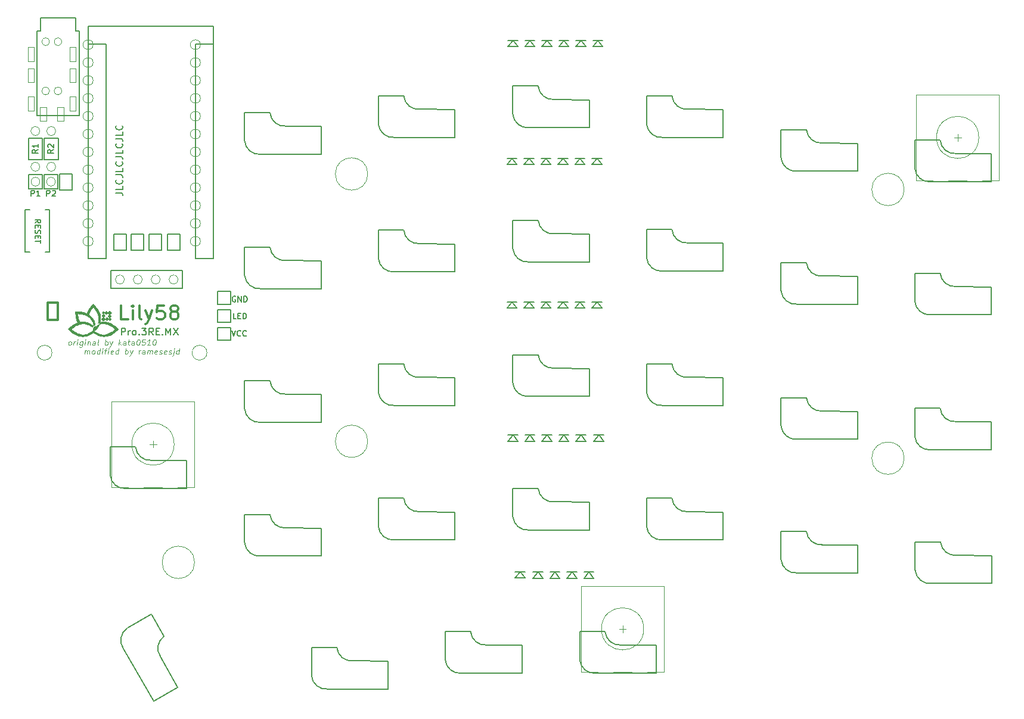
<source format=gbr>
G04 #@! TF.GenerationSoftware,KiCad,Pcbnew,5.1.9*
G04 #@! TF.CreationDate,2021-01-24T14:33:22-08:00*
G04 #@! TF.ProjectId,Lily58_prot_MX,4c696c79-3538-45f7-9072-6f745f4d582e,rev?*
G04 #@! TF.SameCoordinates,Original*
G04 #@! TF.FileFunction,Legend,Top*
G04 #@! TF.FilePolarity,Positive*
%FSLAX46Y46*%
G04 Gerber Fmt 4.6, Leading zero omitted, Abs format (unit mm)*
G04 Created by KiCad (PCBNEW 5.1.9) date 2021-01-24 14:33:22*
%MOMM*%
%LPD*%
G01*
G04 APERTURE LIST*
%ADD10C,0.150000*%
%ADD11C,0.010000*%
%ADD12C,0.300000*%
%ADD13C,0.120000*%
%ADD14C,0.100000*%
G04 APERTURE END LIST*
D10*
X96099380Y-62277047D02*
X96813666Y-62277047D01*
X96956523Y-62324666D01*
X97051761Y-62419904D01*
X97099380Y-62562761D01*
X97099380Y-62658000D01*
X97099380Y-61324666D02*
X97099380Y-61800857D01*
X96099380Y-61800857D01*
X97004142Y-60419904D02*
X97051761Y-60467523D01*
X97099380Y-60610380D01*
X97099380Y-60705619D01*
X97051761Y-60848476D01*
X96956523Y-60943714D01*
X96861285Y-60991333D01*
X96670809Y-61038952D01*
X96527952Y-61038952D01*
X96337476Y-60991333D01*
X96242238Y-60943714D01*
X96147000Y-60848476D01*
X96099380Y-60705619D01*
X96099380Y-60610380D01*
X96147000Y-60467523D01*
X96194619Y-60419904D01*
X96099380Y-59705619D02*
X96813666Y-59705619D01*
X96956523Y-59753238D01*
X97051761Y-59848476D01*
X97099380Y-59991333D01*
X97099380Y-60086571D01*
X97099380Y-58753238D02*
X97099380Y-59229428D01*
X96099380Y-59229428D01*
X97004142Y-57848476D02*
X97051761Y-57896095D01*
X97099380Y-58038952D01*
X97099380Y-58134190D01*
X97051761Y-58277047D01*
X96956523Y-58372285D01*
X96861285Y-58419904D01*
X96670809Y-58467523D01*
X96527952Y-58467523D01*
X96337476Y-58419904D01*
X96242238Y-58372285D01*
X96147000Y-58277047D01*
X96099380Y-58134190D01*
X96099380Y-58038952D01*
X96147000Y-57896095D01*
X96194619Y-57848476D01*
X96099380Y-57134190D02*
X96813666Y-57134190D01*
X96956523Y-57181809D01*
X97051761Y-57277047D01*
X97099380Y-57419904D01*
X97099380Y-57515142D01*
X97099380Y-56181809D02*
X97099380Y-56658000D01*
X96099380Y-56658000D01*
X97004142Y-55277047D02*
X97051761Y-55324666D01*
X97099380Y-55467523D01*
X97099380Y-55562761D01*
X97051761Y-55705619D01*
X96956523Y-55800857D01*
X96861285Y-55848476D01*
X96670809Y-55896095D01*
X96527952Y-55896095D01*
X96337476Y-55848476D01*
X96242238Y-55800857D01*
X96147000Y-55705619D01*
X96099380Y-55562761D01*
X96099380Y-55467523D01*
X96147000Y-55324666D01*
X96194619Y-55277047D01*
X96099380Y-54562761D02*
X96813666Y-54562761D01*
X96956523Y-54610380D01*
X97051761Y-54705619D01*
X97099380Y-54848476D01*
X97099380Y-54943714D01*
X97099380Y-53610380D02*
X97099380Y-54086571D01*
X96099380Y-54086571D01*
X97004142Y-52705619D02*
X97051761Y-52753238D01*
X97099380Y-52896095D01*
X97099380Y-52991333D01*
X97051761Y-53134190D01*
X96956523Y-53229428D01*
X96861285Y-53277047D01*
X96670809Y-53324666D01*
X96527952Y-53324666D01*
X96337476Y-53277047D01*
X96242238Y-53229428D01*
X96147000Y-53134190D01*
X96099380Y-52991333D01*
X96099380Y-52896095D01*
X96147000Y-52753238D01*
X96194619Y-52705619D01*
D11*
G36*
X94321404Y-79133254D02*
G01*
X94337339Y-79146799D01*
X94358785Y-79166725D01*
X94383602Y-79190864D01*
X94409650Y-79217048D01*
X94434791Y-79243110D01*
X94456884Y-79266883D01*
X94473791Y-79286197D01*
X94483371Y-79298887D01*
X94484747Y-79302146D01*
X94479835Y-79310635D01*
X94466518Y-79326893D01*
X94446931Y-79348742D01*
X94423204Y-79374004D01*
X94397471Y-79400500D01*
X94371862Y-79426052D01*
X94348512Y-79448481D01*
X94329552Y-79465610D01*
X94317114Y-79475260D01*
X94313978Y-79476600D01*
X94306688Y-79471697D01*
X94291080Y-79458118D01*
X94268989Y-79437562D01*
X94242250Y-79411725D01*
X94220150Y-79389803D01*
X94133579Y-79303006D01*
X94219877Y-79215632D01*
X94248768Y-79186777D01*
X94274383Y-79161940D01*
X94294905Y-79142824D01*
X94308516Y-79131131D01*
X94313118Y-79128257D01*
X94321404Y-79133254D01*
G37*
X94321404Y-79133254D02*
X94337339Y-79146799D01*
X94358785Y-79166725D01*
X94383602Y-79190864D01*
X94409650Y-79217048D01*
X94434791Y-79243110D01*
X94456884Y-79266883D01*
X94473791Y-79286197D01*
X94483371Y-79298887D01*
X94484747Y-79302146D01*
X94479835Y-79310635D01*
X94466518Y-79326893D01*
X94446931Y-79348742D01*
X94423204Y-79374004D01*
X94397471Y-79400500D01*
X94371862Y-79426052D01*
X94348512Y-79448481D01*
X94329552Y-79465610D01*
X94317114Y-79475260D01*
X94313978Y-79476600D01*
X94306688Y-79471697D01*
X94291080Y-79458118D01*
X94268989Y-79437562D01*
X94242250Y-79411725D01*
X94220150Y-79389803D01*
X94133579Y-79303006D01*
X94219877Y-79215632D01*
X94248768Y-79186777D01*
X94274383Y-79161940D01*
X94294905Y-79142824D01*
X94308516Y-79131131D01*
X94313118Y-79128257D01*
X94321404Y-79133254D01*
G36*
X94725178Y-79104154D02*
G01*
X94741295Y-79117669D01*
X94763597Y-79137884D01*
X94790165Y-79162910D01*
X94819080Y-79190854D01*
X94848423Y-79219829D01*
X94876276Y-79247943D01*
X94900718Y-79273306D01*
X94919832Y-79294028D01*
X94931699Y-79308219D01*
X94934690Y-79313499D01*
X94929751Y-79320816D01*
X94916199Y-79336244D01*
X94895933Y-79357888D01*
X94870855Y-79383850D01*
X94842863Y-79412234D01*
X94813857Y-79441144D01*
X94785736Y-79468684D01*
X94760401Y-79492957D01*
X94739751Y-79512067D01*
X94725685Y-79524117D01*
X94720420Y-79527400D01*
X94713304Y-79522482D01*
X94697670Y-79508761D01*
X94675176Y-79487787D01*
X94647476Y-79461110D01*
X94616225Y-79430279D01*
X94609839Y-79423895D01*
X94578375Y-79391855D01*
X94550772Y-79362754D01*
X94528587Y-79338315D01*
X94513376Y-79320260D01*
X94506696Y-79310313D01*
X94506519Y-79309498D01*
X94511519Y-79300843D01*
X94525217Y-79284274D01*
X94545662Y-79261741D01*
X94570903Y-79235190D01*
X94598988Y-79206570D01*
X94627965Y-79177830D01*
X94655883Y-79150916D01*
X94680791Y-79127778D01*
X94700737Y-79110362D01*
X94713769Y-79100618D01*
X94717164Y-79099229D01*
X94725178Y-79104154D01*
G37*
X94725178Y-79104154D02*
X94741295Y-79117669D01*
X94763597Y-79137884D01*
X94790165Y-79162910D01*
X94819080Y-79190854D01*
X94848423Y-79219829D01*
X94876276Y-79247943D01*
X94900718Y-79273306D01*
X94919832Y-79294028D01*
X94931699Y-79308219D01*
X94934690Y-79313499D01*
X94929751Y-79320816D01*
X94916199Y-79336244D01*
X94895933Y-79357888D01*
X94870855Y-79383850D01*
X94842863Y-79412234D01*
X94813857Y-79441144D01*
X94785736Y-79468684D01*
X94760401Y-79492957D01*
X94739751Y-79512067D01*
X94725685Y-79524117D01*
X94720420Y-79527400D01*
X94713304Y-79522482D01*
X94697670Y-79508761D01*
X94675176Y-79487787D01*
X94647476Y-79461110D01*
X94616225Y-79430279D01*
X94609839Y-79423895D01*
X94578375Y-79391855D01*
X94550772Y-79362754D01*
X94528587Y-79338315D01*
X94513376Y-79320260D01*
X94506696Y-79310313D01*
X94506519Y-79309498D01*
X94511519Y-79300843D01*
X94525217Y-79284274D01*
X94545662Y-79261741D01*
X94570903Y-79235190D01*
X94598988Y-79206570D01*
X94627965Y-79177830D01*
X94655883Y-79150916D01*
X94680791Y-79127778D01*
X94700737Y-79110362D01*
X94713769Y-79100618D01*
X94717164Y-79099229D01*
X94725178Y-79104154D01*
G36*
X95218949Y-79060682D02*
G01*
X95235460Y-79074495D01*
X95258394Y-79095368D01*
X95285994Y-79121539D01*
X95316502Y-79151249D01*
X95348161Y-79182739D01*
X95379213Y-79214248D01*
X95407902Y-79244017D01*
X95432468Y-79270287D01*
X95451155Y-79291297D01*
X95462205Y-79305288D01*
X95464462Y-79309844D01*
X95459466Y-79318174D01*
X95445652Y-79334684D01*
X95424780Y-79357618D01*
X95398609Y-79385218D01*
X95368898Y-79415726D01*
X95337409Y-79447385D01*
X95305899Y-79478438D01*
X95276130Y-79507126D01*
X95249861Y-79531692D01*
X95228851Y-79550379D01*
X95214860Y-79561430D01*
X95210304Y-79563686D01*
X95202295Y-79558739D01*
X95185693Y-79544853D01*
X95162060Y-79523462D01*
X95132954Y-79495999D01*
X95099936Y-79463900D01*
X95077939Y-79442051D01*
X95043707Y-79407332D01*
X95013209Y-79375551D01*
X94987877Y-79348272D01*
X94969143Y-79327055D01*
X94958438Y-79313463D01*
X94956462Y-79309528D01*
X94961457Y-79301198D01*
X94975271Y-79284688D01*
X94996144Y-79261754D01*
X95022315Y-79234154D01*
X95052025Y-79203646D01*
X95083515Y-79171987D01*
X95115024Y-79140934D01*
X95144793Y-79112246D01*
X95171062Y-79087680D01*
X95192072Y-79068993D01*
X95206063Y-79057942D01*
X95210620Y-79055686D01*
X95218949Y-79060682D01*
G37*
X95218949Y-79060682D02*
X95235460Y-79074495D01*
X95258394Y-79095368D01*
X95285994Y-79121539D01*
X95316502Y-79151249D01*
X95348161Y-79182739D01*
X95379213Y-79214248D01*
X95407902Y-79244017D01*
X95432468Y-79270287D01*
X95451155Y-79291297D01*
X95462205Y-79305288D01*
X95464462Y-79309844D01*
X95459466Y-79318174D01*
X95445652Y-79334684D01*
X95424780Y-79357618D01*
X95398609Y-79385218D01*
X95368898Y-79415726D01*
X95337409Y-79447385D01*
X95305899Y-79478438D01*
X95276130Y-79507126D01*
X95249861Y-79531692D01*
X95228851Y-79550379D01*
X95214860Y-79561430D01*
X95210304Y-79563686D01*
X95202295Y-79558739D01*
X95185693Y-79544853D01*
X95162060Y-79523462D01*
X95132954Y-79495999D01*
X95099936Y-79463900D01*
X95077939Y-79442051D01*
X95043707Y-79407332D01*
X95013209Y-79375551D01*
X94987877Y-79348272D01*
X94969143Y-79327055D01*
X94958438Y-79313463D01*
X94956462Y-79309528D01*
X94961457Y-79301198D01*
X94975271Y-79284688D01*
X94996144Y-79261754D01*
X95022315Y-79234154D01*
X95052025Y-79203646D01*
X95083515Y-79171987D01*
X95115024Y-79140934D01*
X95144793Y-79112246D01*
X95171062Y-79087680D01*
X95192072Y-79068993D01*
X95206063Y-79057942D01*
X95210620Y-79055686D01*
X95218949Y-79060682D01*
G36*
X94322005Y-79503372D02*
G01*
X94337792Y-79517093D01*
X94359679Y-79537618D01*
X94385780Y-79563027D01*
X94414209Y-79591404D01*
X94443079Y-79620829D01*
X94470504Y-79649385D01*
X94494599Y-79675153D01*
X94513476Y-79696215D01*
X94525251Y-79710654D01*
X94528290Y-79716086D01*
X94523373Y-79724019D01*
X94509881Y-79740073D01*
X94489698Y-79762331D01*
X94464712Y-79788875D01*
X94436809Y-79817785D01*
X94407874Y-79847145D01*
X94379794Y-79875035D01*
X94354455Y-79899538D01*
X94333744Y-79918735D01*
X94319546Y-79930709D01*
X94314205Y-79933800D01*
X94307413Y-79928913D01*
X94292026Y-79915277D01*
X94269685Y-79894431D01*
X94242033Y-79867912D01*
X94210713Y-79837258D01*
X94204095Y-79830710D01*
X94172440Y-79798774D01*
X94144668Y-79769705D01*
X94122344Y-79745227D01*
X94107033Y-79727066D01*
X94100299Y-79716946D01*
X94100119Y-79716086D01*
X94105036Y-79708153D01*
X94118528Y-79692098D01*
X94138711Y-79669840D01*
X94163697Y-79643297D01*
X94191600Y-79614387D01*
X94220535Y-79585027D01*
X94248615Y-79557137D01*
X94273954Y-79532634D01*
X94294665Y-79513436D01*
X94308863Y-79501463D01*
X94314205Y-79498372D01*
X94322005Y-79503372D01*
G37*
X94322005Y-79503372D02*
X94337792Y-79517093D01*
X94359679Y-79537618D01*
X94385780Y-79563027D01*
X94414209Y-79591404D01*
X94443079Y-79620829D01*
X94470504Y-79649385D01*
X94494599Y-79675153D01*
X94513476Y-79696215D01*
X94525251Y-79710654D01*
X94528290Y-79716086D01*
X94523373Y-79724019D01*
X94509881Y-79740073D01*
X94489698Y-79762331D01*
X94464712Y-79788875D01*
X94436809Y-79817785D01*
X94407874Y-79847145D01*
X94379794Y-79875035D01*
X94354455Y-79899538D01*
X94333744Y-79918735D01*
X94319546Y-79930709D01*
X94314205Y-79933800D01*
X94307413Y-79928913D01*
X94292026Y-79915277D01*
X94269685Y-79894431D01*
X94242033Y-79867912D01*
X94210713Y-79837258D01*
X94204095Y-79830710D01*
X94172440Y-79798774D01*
X94144668Y-79769705D01*
X94122344Y-79745227D01*
X94107033Y-79727066D01*
X94100299Y-79716946D01*
X94100119Y-79716086D01*
X94105036Y-79708153D01*
X94118528Y-79692098D01*
X94138711Y-79669840D01*
X94163697Y-79643297D01*
X94191600Y-79614387D01*
X94220535Y-79585027D01*
X94248615Y-79557137D01*
X94273954Y-79532634D01*
X94294665Y-79513436D01*
X94308863Y-79501463D01*
X94314205Y-79498372D01*
X94322005Y-79503372D01*
G36*
X95315658Y-79687025D02*
G01*
X95347459Y-79719289D01*
X95375404Y-79748635D01*
X95397948Y-79773358D01*
X95413545Y-79791752D01*
X95420649Y-79802111D01*
X95420919Y-79803175D01*
X95415919Y-79811868D01*
X95402222Y-79828473D01*
X95381778Y-79851042D01*
X95356539Y-79877625D01*
X95328455Y-79906273D01*
X95299478Y-79935036D01*
X95271559Y-79961965D01*
X95246650Y-79985110D01*
X95226700Y-80002522D01*
X95213662Y-80012252D01*
X95210274Y-80013629D01*
X95202056Y-80008691D01*
X95185408Y-79994907D01*
X95162030Y-79973823D01*
X95133626Y-79946984D01*
X95101898Y-79915936D01*
X95094315Y-79908368D01*
X94989242Y-79803107D01*
X95099820Y-79692530D01*
X95210397Y-79581952D01*
X95315658Y-79687025D01*
G37*
X95315658Y-79687025D02*
X95347459Y-79719289D01*
X95375404Y-79748635D01*
X95397948Y-79773358D01*
X95413545Y-79791752D01*
X95420649Y-79802111D01*
X95420919Y-79803175D01*
X95415919Y-79811868D01*
X95402222Y-79828473D01*
X95381778Y-79851042D01*
X95356539Y-79877625D01*
X95328455Y-79906273D01*
X95299478Y-79935036D01*
X95271559Y-79961965D01*
X95246650Y-79985110D01*
X95226700Y-80002522D01*
X95213662Y-80012252D01*
X95210274Y-80013629D01*
X95202056Y-80008691D01*
X95185408Y-79994907D01*
X95162030Y-79973823D01*
X95133626Y-79946984D01*
X95101898Y-79915936D01*
X95094315Y-79908368D01*
X94989242Y-79803107D01*
X95099820Y-79692530D01*
X95210397Y-79581952D01*
X95315658Y-79687025D01*
G36*
X95219029Y-80047567D02*
G01*
X95235148Y-80060874D01*
X95256875Y-80080447D01*
X95282037Y-80104154D01*
X95308458Y-80129861D01*
X95333964Y-80155437D01*
X95356380Y-80178750D01*
X95373532Y-80197668D01*
X95383244Y-80210058D01*
X95384633Y-80213205D01*
X95379793Y-80220111D01*
X95366649Y-80235048D01*
X95347265Y-80255911D01*
X95323706Y-80280591D01*
X95298035Y-80306982D01*
X95272316Y-80332977D01*
X95248613Y-80356469D01*
X95228991Y-80375350D01*
X95215514Y-80387515D01*
X95210462Y-80391000D01*
X95204312Y-80386119D01*
X95189737Y-80372611D01*
X95168510Y-80352175D01*
X95142403Y-80326511D01*
X95121448Y-80305620D01*
X95093075Y-80276755D01*
X95068708Y-80251170D01*
X95050055Y-80230722D01*
X95038823Y-80217270D01*
X95036290Y-80212973D01*
X95041309Y-80204773D01*
X95054912Y-80188965D01*
X95074922Y-80167676D01*
X95099158Y-80143033D01*
X95125441Y-80117166D01*
X95151594Y-80092202D01*
X95175436Y-80070268D01*
X95194789Y-80053493D01*
X95207473Y-80044005D01*
X95210694Y-80042657D01*
X95219029Y-80047567D01*
G37*
X95219029Y-80047567D02*
X95235148Y-80060874D01*
X95256875Y-80080447D01*
X95282037Y-80104154D01*
X95308458Y-80129861D01*
X95333964Y-80155437D01*
X95356380Y-80178750D01*
X95373532Y-80197668D01*
X95383244Y-80210058D01*
X95384633Y-80213205D01*
X95379793Y-80220111D01*
X95366649Y-80235048D01*
X95347265Y-80255911D01*
X95323706Y-80280591D01*
X95298035Y-80306982D01*
X95272316Y-80332977D01*
X95248613Y-80356469D01*
X95228991Y-80375350D01*
X95215514Y-80387515D01*
X95210462Y-80391000D01*
X95204312Y-80386119D01*
X95189737Y-80372611D01*
X95168510Y-80352175D01*
X95142403Y-80326511D01*
X95121448Y-80305620D01*
X95093075Y-80276755D01*
X95068708Y-80251170D01*
X95050055Y-80230722D01*
X95038823Y-80217270D01*
X95036290Y-80212973D01*
X95041309Y-80204773D01*
X95054912Y-80188965D01*
X95074922Y-80167676D01*
X95099158Y-80143033D01*
X95125441Y-80117166D01*
X95151594Y-80092202D01*
X95175436Y-80070268D01*
X95194789Y-80053493D01*
X95207473Y-80044005D01*
X95210694Y-80042657D01*
X95219029Y-80047567D01*
G36*
X94815806Y-79997775D02*
G01*
X94825477Y-80005344D01*
X94842648Y-80020996D01*
X94865412Y-80042796D01*
X94891859Y-80068806D01*
X94920080Y-80097093D01*
X94948167Y-80125719D01*
X94974211Y-80152750D01*
X94996303Y-80176250D01*
X95012533Y-80194283D01*
X95020994Y-80204913D01*
X95021776Y-80206639D01*
X95016767Y-80214418D01*
X95003021Y-80230166D01*
X94982460Y-80251998D01*
X94957009Y-80278033D01*
X94928589Y-80306386D01*
X94899123Y-80335176D01*
X94870534Y-80362518D01*
X94844745Y-80386531D01*
X94823679Y-80405332D01*
X94809258Y-80417036D01*
X94803874Y-80420029D01*
X94795574Y-80415094D01*
X94778907Y-80401350D01*
X94755630Y-80380383D01*
X94727501Y-80353783D01*
X94696279Y-80323136D01*
X94693293Y-80320149D01*
X94662411Y-80288670D01*
X94635421Y-80260130D01*
X94613907Y-80236290D01*
X94599454Y-80218911D01*
X94593649Y-80209754D01*
X94593605Y-80209384D01*
X94598542Y-80201152D01*
X94612318Y-80184500D01*
X94633381Y-80161140D01*
X94660177Y-80132784D01*
X94691154Y-80101145D01*
X94697878Y-80094411D01*
X94733809Y-80058787D01*
X94761098Y-80032447D01*
X94781171Y-80014222D01*
X94795454Y-80002943D01*
X94805374Y-79997440D01*
X94812358Y-79996546D01*
X94815806Y-79997775D01*
G37*
X94815806Y-79997775D02*
X94825477Y-80005344D01*
X94842648Y-80020996D01*
X94865412Y-80042796D01*
X94891859Y-80068806D01*
X94920080Y-80097093D01*
X94948167Y-80125719D01*
X94974211Y-80152750D01*
X94996303Y-80176250D01*
X95012533Y-80194283D01*
X95020994Y-80204913D01*
X95021776Y-80206639D01*
X95016767Y-80214418D01*
X95003021Y-80230166D01*
X94982460Y-80251998D01*
X94957009Y-80278033D01*
X94928589Y-80306386D01*
X94899123Y-80335176D01*
X94870534Y-80362518D01*
X94844745Y-80386531D01*
X94823679Y-80405332D01*
X94809258Y-80417036D01*
X94803874Y-80420029D01*
X94795574Y-80415094D01*
X94778907Y-80401350D01*
X94755630Y-80380383D01*
X94727501Y-80353783D01*
X94696279Y-80323136D01*
X94693293Y-80320149D01*
X94662411Y-80288670D01*
X94635421Y-80260130D01*
X94613907Y-80236290D01*
X94599454Y-80218911D01*
X94593649Y-80209754D01*
X94593605Y-80209384D01*
X94598542Y-80201152D01*
X94612318Y-80184500D01*
X94633381Y-80161140D01*
X94660177Y-80132784D01*
X94691154Y-80101145D01*
X94697878Y-80094411D01*
X94733809Y-80058787D01*
X94761098Y-80032447D01*
X94781171Y-80014222D01*
X94795454Y-80002943D01*
X94805374Y-79997440D01*
X94812358Y-79996546D01*
X94815806Y-79997775D01*
G36*
X94324038Y-79960629D02*
G01*
X94341853Y-79974599D01*
X94365849Y-79995676D01*
X94394222Y-80022055D01*
X94425169Y-80051931D01*
X94456885Y-80083500D01*
X94487567Y-80114956D01*
X94515411Y-80144495D01*
X94538614Y-80170312D01*
X94555371Y-80190601D01*
X94563880Y-80203558D01*
X94564576Y-80206103D01*
X94559599Y-80215099D01*
X94545834Y-80232274D01*
X94525033Y-80255851D01*
X94498947Y-80284052D01*
X94469326Y-80315099D01*
X94437923Y-80347215D01*
X94406486Y-80378620D01*
X94376769Y-80407538D01*
X94350521Y-80432191D01*
X94329494Y-80450801D01*
X94315438Y-80461590D01*
X94310995Y-80463572D01*
X94303093Y-80458649D01*
X94286580Y-80444845D01*
X94263040Y-80423610D01*
X94234060Y-80396392D01*
X94201225Y-80364640D01*
X94182265Y-80345936D01*
X94148118Y-80311613D01*
X94117438Y-80280008D01*
X94091755Y-80252761D01*
X94072601Y-80231510D01*
X94061504Y-80217896D01*
X94059421Y-80214361D01*
X94060082Y-80207635D01*
X94066008Y-80197045D01*
X94078186Y-80181450D01*
X94097604Y-80159708D01*
X94125249Y-80130674D01*
X94162109Y-80093208D01*
X94177264Y-80077997D01*
X94220439Y-80035399D01*
X94256348Y-80001297D01*
X94284365Y-79976252D01*
X94303864Y-79960824D01*
X94314207Y-79955572D01*
X94324038Y-79960629D01*
G37*
X94324038Y-79960629D02*
X94341853Y-79974599D01*
X94365849Y-79995676D01*
X94394222Y-80022055D01*
X94425169Y-80051931D01*
X94456885Y-80083500D01*
X94487567Y-80114956D01*
X94515411Y-80144495D01*
X94538614Y-80170312D01*
X94555371Y-80190601D01*
X94563880Y-80203558D01*
X94564576Y-80206103D01*
X94559599Y-80215099D01*
X94545834Y-80232274D01*
X94525033Y-80255851D01*
X94498947Y-80284052D01*
X94469326Y-80315099D01*
X94437923Y-80347215D01*
X94406486Y-80378620D01*
X94376769Y-80407538D01*
X94350521Y-80432191D01*
X94329494Y-80450801D01*
X94315438Y-80461590D01*
X94310995Y-80463572D01*
X94303093Y-80458649D01*
X94286580Y-80444845D01*
X94263040Y-80423610D01*
X94234060Y-80396392D01*
X94201225Y-80364640D01*
X94182265Y-80345936D01*
X94148118Y-80311613D01*
X94117438Y-80280008D01*
X94091755Y-80252761D01*
X94072601Y-80231510D01*
X94061504Y-80217896D01*
X94059421Y-80214361D01*
X94060082Y-80207635D01*
X94066008Y-80197045D01*
X94078186Y-80181450D01*
X94097604Y-80159708D01*
X94125249Y-80130674D01*
X94162109Y-80093208D01*
X94177264Y-80077997D01*
X94220439Y-80035399D01*
X94256348Y-80001297D01*
X94284365Y-79976252D01*
X94303864Y-79960824D01*
X94314207Y-79955572D01*
X94324038Y-79960629D01*
G36*
X92980782Y-78166737D02*
G01*
X93140143Y-78339566D01*
X93289117Y-78522516D01*
X93427638Y-78715510D01*
X93451179Y-78750886D01*
X93559414Y-78925990D01*
X93653332Y-79100431D01*
X93732920Y-79274143D01*
X93798165Y-79447061D01*
X93849053Y-79619120D01*
X93885570Y-79790255D01*
X93907703Y-79960400D01*
X93915438Y-80129491D01*
X93908762Y-80297461D01*
X93887660Y-80464247D01*
X93852121Y-80629782D01*
X93846683Y-80650307D01*
X93838375Y-80681015D01*
X93767006Y-80703187D01*
X93728511Y-80715605D01*
X93687386Y-80729604D01*
X93650592Y-80742792D01*
X93639247Y-80747074D01*
X93613013Y-80756593D01*
X93592291Y-80763019D01*
X93580475Y-80765342D01*
X93579089Y-80765018D01*
X93579364Y-80756867D01*
X93583251Y-80738177D01*
X93590008Y-80712250D01*
X93594208Y-80697681D01*
X93632478Y-80546041D01*
X93656932Y-80394808D01*
X93667523Y-80243558D01*
X93664202Y-80091867D01*
X93646920Y-79939312D01*
X93615630Y-79785470D01*
X93570283Y-79629917D01*
X93510831Y-79472230D01*
X93437225Y-79311984D01*
X93435648Y-79308830D01*
X93396423Y-79232413D01*
X93359071Y-79164153D01*
X93320478Y-79098686D01*
X93277530Y-79030649D01*
X93248628Y-78986743D01*
X93179486Y-78887108D01*
X93103696Y-78785248D01*
X93024833Y-78685757D01*
X92946467Y-78593225D01*
X92915499Y-78558572D01*
X92882498Y-78522286D01*
X92866393Y-78536800D01*
X92852241Y-78551124D01*
X92830838Y-78574789D01*
X92803912Y-78605733D01*
X92773194Y-78641896D01*
X92740412Y-78681216D01*
X92707298Y-78721632D01*
X92675580Y-78761084D01*
X92646988Y-78797509D01*
X92640168Y-78806376D01*
X92571237Y-78900384D01*
X92502451Y-79001549D01*
X92437469Y-79104297D01*
X92381184Y-79200829D01*
X92359157Y-79241703D01*
X92336084Y-79286650D01*
X92312792Y-79333830D01*
X92290110Y-79381404D01*
X92268864Y-79427533D01*
X92249882Y-79470378D01*
X92233993Y-79508098D01*
X92222023Y-79538856D01*
X92214800Y-79560811D01*
X92213153Y-79572125D01*
X92213684Y-79573057D01*
X92220645Y-79577963D01*
X92236896Y-79589245D01*
X92259771Y-79605055D01*
X92278576Y-79618019D01*
X92409974Y-79717253D01*
X92532241Y-79827682D01*
X92645397Y-79949335D01*
X92749461Y-80082238D01*
X92844452Y-80226419D01*
X92930389Y-80381904D01*
X93007291Y-80548722D01*
X93075178Y-80726899D01*
X93091531Y-80775629D01*
X93105590Y-80819294D01*
X93118703Y-80861148D01*
X93129914Y-80898056D01*
X93138268Y-80926882D01*
X93142299Y-80942215D01*
X93147185Y-80965207D01*
X93147889Y-80978318D01*
X93144117Y-80985652D01*
X93138922Y-80989387D01*
X93128258Y-80996046D01*
X93108138Y-81008846D01*
X93081291Y-81026041D01*
X93050448Y-81045887D01*
X93045313Y-81049200D01*
X93015167Y-81068100D01*
X92989459Y-81083176D01*
X92970554Y-81093117D01*
X92960817Y-81096614D01*
X92960124Y-81096371D01*
X92956461Y-81087480D01*
X92950315Y-81068057D01*
X92942777Y-81041641D01*
X92939542Y-81029629D01*
X92892394Y-80871769D01*
X92836327Y-80719840D01*
X92771998Y-80575033D01*
X92700066Y-80438537D01*
X92621190Y-80311544D01*
X92536027Y-80195243D01*
X92445238Y-80090824D01*
X92389532Y-80035490D01*
X92270616Y-79933720D01*
X92140841Y-79841255D01*
X92000163Y-79758079D01*
X91848536Y-79684174D01*
X91685915Y-79619526D01*
X91512254Y-79564117D01*
X91327510Y-79517930D01*
X91131635Y-79480951D01*
X90924586Y-79453161D01*
X90737284Y-79436582D01*
X90672821Y-79432144D01*
X90677861Y-79514243D01*
X90697443Y-79734541D01*
X90728632Y-79946254D01*
X90771469Y-80149564D01*
X90825997Y-80344656D01*
X90892257Y-80531713D01*
X90927222Y-80616349D01*
X90941514Y-80649383D01*
X91038545Y-80633053D01*
X91203528Y-80612264D01*
X91368841Y-80605430D01*
X91534711Y-80612599D01*
X91701366Y-80633820D01*
X91869036Y-80669143D01*
X92037947Y-80718616D01*
X92208329Y-80782288D01*
X92380410Y-80860208D01*
X92554417Y-80952425D01*
X92570081Y-80961371D01*
X92612378Y-80986205D01*
X92657043Y-81013365D01*
X92702027Y-81041511D01*
X92745280Y-81069303D01*
X92784753Y-81095401D01*
X92818397Y-81118466D01*
X92844163Y-81137157D01*
X92860003Y-81150137D01*
X92862185Y-81152347D01*
X92868486Y-81160277D01*
X92869852Y-81167678D01*
X92865031Y-81177659D01*
X92852772Y-81193327D01*
X92839380Y-81209013D01*
X92816471Y-81237060D01*
X92792894Y-81268182D01*
X92776072Y-81292214D01*
X92748880Y-81333457D01*
X92681697Y-81286941D01*
X92543698Y-81197626D01*
X92400664Y-81116950D01*
X92254368Y-81045626D01*
X92106581Y-80984369D01*
X91959077Y-80933895D01*
X91813626Y-80894917D01*
X91672000Y-80868150D01*
X91629062Y-80862433D01*
X91572837Y-80857587D01*
X91506893Y-80854904D01*
X91435855Y-80854340D01*
X91364352Y-80855854D01*
X91297007Y-80859403D01*
X91238449Y-80864944D01*
X91229469Y-80866112D01*
X91073864Y-80894299D01*
X90916228Y-80936459D01*
X90757180Y-80992298D01*
X90597341Y-81061520D01*
X90437330Y-81143828D01*
X90277766Y-81238927D01*
X90119270Y-81346522D01*
X89962461Y-81466315D01*
X89948447Y-81477689D01*
X89912977Y-81506936D01*
X89877132Y-81537043D01*
X89844395Y-81565051D01*
X89818247Y-81587998D01*
X89811147Y-81594423D01*
X89763976Y-81637648D01*
X89782119Y-81657465D01*
X89809677Y-81685038D01*
X89847458Y-81719115D01*
X89893565Y-81758214D01*
X89946103Y-81800854D01*
X90003174Y-81845552D01*
X90062882Y-81890827D01*
X90123331Y-81935196D01*
X90182623Y-81977179D01*
X90238863Y-82015293D01*
X90246576Y-82020361D01*
X90397092Y-82113671D01*
X90543880Y-82193990D01*
X90688369Y-82261897D01*
X90831984Y-82317970D01*
X90976154Y-82362787D01*
X91122305Y-82396926D01*
X91216818Y-82413329D01*
X91271383Y-82419546D01*
X91336241Y-82423662D01*
X91407324Y-82425683D01*
X91480565Y-82425612D01*
X91551897Y-82423454D01*
X91617250Y-82419211D01*
X91672559Y-82412888D01*
X91672605Y-82412881D01*
X91828442Y-82382633D01*
X91986581Y-82338613D01*
X92146088Y-82281201D01*
X92306029Y-82210775D01*
X92465470Y-82127711D01*
X92623477Y-82032390D01*
X92641185Y-82020874D01*
X92700879Y-81979120D01*
X92748571Y-81939568D01*
X92786200Y-81900387D01*
X92815708Y-81859748D01*
X92820458Y-81851880D01*
X92844998Y-81800384D01*
X92864017Y-81741070D01*
X92875627Y-81680176D01*
X92877217Y-81664629D01*
X92882679Y-81609267D01*
X92889533Y-81564535D01*
X92898682Y-81526557D01*
X92911027Y-81491455D01*
X92924492Y-81461429D01*
X92942190Y-81428783D01*
X92963189Y-81395720D01*
X92983380Y-81368634D01*
X92986278Y-81365263D01*
X93003455Y-81348328D01*
X93027596Y-81327859D01*
X93056438Y-81305413D01*
X93087715Y-81282553D01*
X93119164Y-81260837D01*
X93148519Y-81241826D01*
X93173516Y-81227080D01*
X93191891Y-81218158D01*
X93201379Y-81216622D01*
X93201685Y-81216864D01*
X93206037Y-81228442D01*
X93209323Y-81251330D01*
X93211484Y-81282359D01*
X93212464Y-81318362D01*
X93212205Y-81356169D01*
X93210649Y-81392612D01*
X93207741Y-81424522D01*
X93205694Y-81438164D01*
X93195548Y-81494727D01*
X93211924Y-81474449D01*
X93226484Y-81454532D01*
X93246571Y-81424395D01*
X93270680Y-81386517D01*
X93297304Y-81343374D01*
X93324933Y-81297441D01*
X93352062Y-81251195D01*
X93377184Y-81207114D01*
X93398790Y-81167672D01*
X93399805Y-81165765D01*
X93450605Y-81070132D01*
X93521777Y-81038360D01*
X93554062Y-81024333D01*
X93589999Y-81009345D01*
X93627098Y-80994359D01*
X93662867Y-80980340D01*
X93694814Y-80968250D01*
X93720449Y-80959053D01*
X93737279Y-80953712D01*
X93742786Y-80952905D01*
X93741683Y-80961182D01*
X93734600Y-80980445D01*
X93722421Y-81008894D01*
X93706032Y-81044728D01*
X93686318Y-81086146D01*
X93664163Y-81131347D01*
X93640454Y-81178530D01*
X93616074Y-81225894D01*
X93591910Y-81271638D01*
X93568846Y-81313961D01*
X93547768Y-81351062D01*
X93543714Y-81357959D01*
X93492296Y-81442633D01*
X93445128Y-81515219D01*
X93400936Y-81577048D01*
X93358447Y-81629455D01*
X93316387Y-81673773D01*
X93273482Y-81711334D01*
X93228460Y-81743472D01*
X93180046Y-81771520D01*
X93126967Y-81796812D01*
X93122773Y-81798630D01*
X93093313Y-81811572D01*
X93074212Y-81821355D01*
X93062466Y-81830493D01*
X93055075Y-81841497D01*
X93049035Y-81856881D01*
X93047374Y-81861735D01*
X93037770Y-81887667D01*
X93027589Y-81911745D01*
X93023680Y-81919846D01*
X93016640Y-81935570D01*
X93017671Y-81945470D01*
X93027596Y-81956297D01*
X93028191Y-81956846D01*
X93040074Y-81966165D01*
X93061414Y-81981361D01*
X93089429Y-82000507D01*
X93121336Y-82021677D01*
X93129350Y-82026900D01*
X93292161Y-82125700D01*
X93455636Y-82211137D01*
X93619252Y-82283002D01*
X93782486Y-82341086D01*
X93944817Y-82385177D01*
X94089233Y-82412651D01*
X94140128Y-82418557D01*
X94200996Y-82422783D01*
X94267858Y-82425292D01*
X94336736Y-82426045D01*
X94403649Y-82425007D01*
X94464619Y-82422139D01*
X94515667Y-82417404D01*
X94521033Y-82416695D01*
X94683591Y-82387295D01*
X94847137Y-82343745D01*
X95010933Y-82286306D01*
X95174242Y-82215241D01*
X95336327Y-82130810D01*
X95352786Y-82121444D01*
X95443768Y-82066715D01*
X95538719Y-82004946D01*
X95634619Y-81938346D01*
X95728449Y-81869125D01*
X95817191Y-81799494D01*
X95897825Y-81731662D01*
X95950690Y-81683745D01*
X95997862Y-81639318D01*
X95961576Y-81605483D01*
X95928883Y-81576038D01*
X95887722Y-81540547D01*
X95841265Y-81501629D01*
X95792687Y-81461905D01*
X95745162Y-81423994D01*
X95701865Y-81390516D01*
X95693062Y-81383885D01*
X95536523Y-81273308D01*
X95378383Y-81174646D01*
X95219503Y-81088320D01*
X95060745Y-81014750D01*
X94902972Y-80954355D01*
X94747045Y-80907555D01*
X94683818Y-80892388D01*
X94588025Y-80874798D01*
X94484868Y-80862409D01*
X94378705Y-80855429D01*
X94273893Y-80854062D01*
X94174790Y-80858516D01*
X94110757Y-80865260D01*
X94051045Y-80874594D01*
X93985828Y-80886900D01*
X93920026Y-80901113D01*
X93858554Y-80916168D01*
X93806331Y-80930997D01*
X93803687Y-80931829D01*
X93776907Y-80940002D01*
X93761339Y-80943651D01*
X93754484Y-80943016D01*
X93753844Y-80938336D01*
X93754365Y-80936553D01*
X93757939Y-80925954D01*
X93765370Y-80904110D01*
X93775809Y-80873503D01*
X93788410Y-80836620D01*
X93799976Y-80802807D01*
X93814221Y-80760218D01*
X93825187Y-80728370D01*
X93835125Y-80705345D01*
X93846286Y-80689222D01*
X93860918Y-80678082D01*
X93881274Y-80670005D01*
X93909602Y-80663071D01*
X93948152Y-80655361D01*
X93980376Y-80648897D01*
X94151556Y-80620773D01*
X94321691Y-80607068D01*
X94490628Y-80607784D01*
X94658211Y-80622921D01*
X94789547Y-80645077D01*
X94952587Y-80684969D01*
X95117866Y-80738418D01*
X95284359Y-80804837D01*
X95451041Y-80883640D01*
X95616887Y-80974240D01*
X95780872Y-81076051D01*
X95941970Y-81188487D01*
X96099157Y-81310962D01*
X96251407Y-81442889D01*
X96353410Y-81539481D01*
X96455062Y-81639304D01*
X96342337Y-81749938D01*
X96195587Y-81886378D01*
X96041995Y-82014677D01*
X95882937Y-82133966D01*
X95719791Y-82243373D01*
X95553933Y-82342029D01*
X95386739Y-82429064D01*
X95219587Y-82503608D01*
X95053852Y-82564790D01*
X95052231Y-82565324D01*
X94885707Y-82613512D01*
X94720740Y-82647965D01*
X94556754Y-82668642D01*
X94393173Y-82675499D01*
X94229424Y-82668496D01*
X94064930Y-82647592D01*
X93899116Y-82612743D01*
X93731407Y-82563908D01*
X93561228Y-82501047D01*
X93439719Y-82448397D01*
X93364526Y-82412224D01*
X93284883Y-82370922D01*
X93203839Y-82326261D01*
X93124440Y-82280010D01*
X93049735Y-82233940D01*
X92982770Y-82189820D01*
X92931966Y-82153490D01*
X92905304Y-82134055D01*
X92887144Y-82123023D01*
X92874808Y-82119543D01*
X92865616Y-82122766D01*
X92858302Y-82130104D01*
X92848820Y-82138386D01*
X92829741Y-82152761D01*
X92803618Y-82171377D01*
X92773003Y-82192384D01*
X92764885Y-82197834D01*
X92597637Y-82302951D01*
X92429639Y-82395397D01*
X92261422Y-82475012D01*
X92093514Y-82541638D01*
X91926445Y-82595115D01*
X91760742Y-82635284D01*
X91596936Y-82661985D01*
X91435555Y-82675058D01*
X91277128Y-82674346D01*
X91200890Y-82668930D01*
X91031436Y-82646003D01*
X90860454Y-82608861D01*
X90688380Y-82557671D01*
X90515647Y-82492598D01*
X90342689Y-82413810D01*
X90169940Y-82321472D01*
X89997834Y-82215751D01*
X89968915Y-82196622D01*
X89859715Y-82120483D01*
X89749083Y-82037392D01*
X89640276Y-81950018D01*
X89536552Y-81861026D01*
X89441169Y-81773084D01*
X89390233Y-81722881D01*
X89306776Y-81638271D01*
X89415855Y-81531707D01*
X89566888Y-81392002D01*
X89724962Y-81260800D01*
X89888681Y-81138998D01*
X90056647Y-81027496D01*
X90227466Y-80927191D01*
X90399739Y-80838982D01*
X90572071Y-80763768D01*
X90662231Y-80729738D01*
X90668627Y-80726139D01*
X90669843Y-80719480D01*
X90665313Y-80706558D01*
X90654472Y-80684172D01*
X90654012Y-80683257D01*
X90638844Y-80650825D01*
X90620416Y-80607751D01*
X90599955Y-80557198D01*
X90578689Y-80502328D01*
X90557847Y-80446302D01*
X90538654Y-80392283D01*
X90523633Y-80347457D01*
X90474258Y-80177126D01*
X90432730Y-79997622D01*
X90399565Y-79812299D01*
X90375282Y-79624512D01*
X90360399Y-79437617D01*
X90355433Y-79257832D01*
X90355433Y-79113743D01*
X90484247Y-79113773D01*
X90656183Y-79118330D01*
X90831385Y-79131620D01*
X91007555Y-79153190D01*
X91182396Y-79182584D01*
X91353610Y-79219349D01*
X91518899Y-79263030D01*
X91675966Y-79313173D01*
X91822513Y-79369323D01*
X91861409Y-79386087D01*
X91894693Y-79400690D01*
X91923592Y-79413138D01*
X91945305Y-79422243D01*
X91957031Y-79426813D01*
X91957813Y-79427049D01*
X91964740Y-79421583D01*
X91975081Y-79403420D01*
X91988181Y-79373798D01*
X91994880Y-79356857D01*
X92070032Y-79179470D01*
X92158843Y-79002556D01*
X92260479Y-78827376D01*
X92374105Y-78655195D01*
X92498887Y-78487274D01*
X92633992Y-78324876D01*
X92778584Y-78169265D01*
X92781119Y-78166686D01*
X92881073Y-78065086D01*
X92980782Y-78166737D01*
G37*
X92980782Y-78166737D02*
X93140143Y-78339566D01*
X93289117Y-78522516D01*
X93427638Y-78715510D01*
X93451179Y-78750886D01*
X93559414Y-78925990D01*
X93653332Y-79100431D01*
X93732920Y-79274143D01*
X93798165Y-79447061D01*
X93849053Y-79619120D01*
X93885570Y-79790255D01*
X93907703Y-79960400D01*
X93915438Y-80129491D01*
X93908762Y-80297461D01*
X93887660Y-80464247D01*
X93852121Y-80629782D01*
X93846683Y-80650307D01*
X93838375Y-80681015D01*
X93767006Y-80703187D01*
X93728511Y-80715605D01*
X93687386Y-80729604D01*
X93650592Y-80742792D01*
X93639247Y-80747074D01*
X93613013Y-80756593D01*
X93592291Y-80763019D01*
X93580475Y-80765342D01*
X93579089Y-80765018D01*
X93579364Y-80756867D01*
X93583251Y-80738177D01*
X93590008Y-80712250D01*
X93594208Y-80697681D01*
X93632478Y-80546041D01*
X93656932Y-80394808D01*
X93667523Y-80243558D01*
X93664202Y-80091867D01*
X93646920Y-79939312D01*
X93615630Y-79785470D01*
X93570283Y-79629917D01*
X93510831Y-79472230D01*
X93437225Y-79311984D01*
X93435648Y-79308830D01*
X93396423Y-79232413D01*
X93359071Y-79164153D01*
X93320478Y-79098686D01*
X93277530Y-79030649D01*
X93248628Y-78986743D01*
X93179486Y-78887108D01*
X93103696Y-78785248D01*
X93024833Y-78685757D01*
X92946467Y-78593225D01*
X92915499Y-78558572D01*
X92882498Y-78522286D01*
X92866393Y-78536800D01*
X92852241Y-78551124D01*
X92830838Y-78574789D01*
X92803912Y-78605733D01*
X92773194Y-78641896D01*
X92740412Y-78681216D01*
X92707298Y-78721632D01*
X92675580Y-78761084D01*
X92646988Y-78797509D01*
X92640168Y-78806376D01*
X92571237Y-78900384D01*
X92502451Y-79001549D01*
X92437469Y-79104297D01*
X92381184Y-79200829D01*
X92359157Y-79241703D01*
X92336084Y-79286650D01*
X92312792Y-79333830D01*
X92290110Y-79381404D01*
X92268864Y-79427533D01*
X92249882Y-79470378D01*
X92233993Y-79508098D01*
X92222023Y-79538856D01*
X92214800Y-79560811D01*
X92213153Y-79572125D01*
X92213684Y-79573057D01*
X92220645Y-79577963D01*
X92236896Y-79589245D01*
X92259771Y-79605055D01*
X92278576Y-79618019D01*
X92409974Y-79717253D01*
X92532241Y-79827682D01*
X92645397Y-79949335D01*
X92749461Y-80082238D01*
X92844452Y-80226419D01*
X92930389Y-80381904D01*
X93007291Y-80548722D01*
X93075178Y-80726899D01*
X93091531Y-80775629D01*
X93105590Y-80819294D01*
X93118703Y-80861148D01*
X93129914Y-80898056D01*
X93138268Y-80926882D01*
X93142299Y-80942215D01*
X93147185Y-80965207D01*
X93147889Y-80978318D01*
X93144117Y-80985652D01*
X93138922Y-80989387D01*
X93128258Y-80996046D01*
X93108138Y-81008846D01*
X93081291Y-81026041D01*
X93050448Y-81045887D01*
X93045313Y-81049200D01*
X93015167Y-81068100D01*
X92989459Y-81083176D01*
X92970554Y-81093117D01*
X92960817Y-81096614D01*
X92960124Y-81096371D01*
X92956461Y-81087480D01*
X92950315Y-81068057D01*
X92942777Y-81041641D01*
X92939542Y-81029629D01*
X92892394Y-80871769D01*
X92836327Y-80719840D01*
X92771998Y-80575033D01*
X92700066Y-80438537D01*
X92621190Y-80311544D01*
X92536027Y-80195243D01*
X92445238Y-80090824D01*
X92389532Y-80035490D01*
X92270616Y-79933720D01*
X92140841Y-79841255D01*
X92000163Y-79758079D01*
X91848536Y-79684174D01*
X91685915Y-79619526D01*
X91512254Y-79564117D01*
X91327510Y-79517930D01*
X91131635Y-79480951D01*
X90924586Y-79453161D01*
X90737284Y-79436582D01*
X90672821Y-79432144D01*
X90677861Y-79514243D01*
X90697443Y-79734541D01*
X90728632Y-79946254D01*
X90771469Y-80149564D01*
X90825997Y-80344656D01*
X90892257Y-80531713D01*
X90927222Y-80616349D01*
X90941514Y-80649383D01*
X91038545Y-80633053D01*
X91203528Y-80612264D01*
X91368841Y-80605430D01*
X91534711Y-80612599D01*
X91701366Y-80633820D01*
X91869036Y-80669143D01*
X92037947Y-80718616D01*
X92208329Y-80782288D01*
X92380410Y-80860208D01*
X92554417Y-80952425D01*
X92570081Y-80961371D01*
X92612378Y-80986205D01*
X92657043Y-81013365D01*
X92702027Y-81041511D01*
X92745280Y-81069303D01*
X92784753Y-81095401D01*
X92818397Y-81118466D01*
X92844163Y-81137157D01*
X92860003Y-81150137D01*
X92862185Y-81152347D01*
X92868486Y-81160277D01*
X92869852Y-81167678D01*
X92865031Y-81177659D01*
X92852772Y-81193327D01*
X92839380Y-81209013D01*
X92816471Y-81237060D01*
X92792894Y-81268182D01*
X92776072Y-81292214D01*
X92748880Y-81333457D01*
X92681697Y-81286941D01*
X92543698Y-81197626D01*
X92400664Y-81116950D01*
X92254368Y-81045626D01*
X92106581Y-80984369D01*
X91959077Y-80933895D01*
X91813626Y-80894917D01*
X91672000Y-80868150D01*
X91629062Y-80862433D01*
X91572837Y-80857587D01*
X91506893Y-80854904D01*
X91435855Y-80854340D01*
X91364352Y-80855854D01*
X91297007Y-80859403D01*
X91238449Y-80864944D01*
X91229469Y-80866112D01*
X91073864Y-80894299D01*
X90916228Y-80936459D01*
X90757180Y-80992298D01*
X90597341Y-81061520D01*
X90437330Y-81143828D01*
X90277766Y-81238927D01*
X90119270Y-81346522D01*
X89962461Y-81466315D01*
X89948447Y-81477689D01*
X89912977Y-81506936D01*
X89877132Y-81537043D01*
X89844395Y-81565051D01*
X89818247Y-81587998D01*
X89811147Y-81594423D01*
X89763976Y-81637648D01*
X89782119Y-81657465D01*
X89809677Y-81685038D01*
X89847458Y-81719115D01*
X89893565Y-81758214D01*
X89946103Y-81800854D01*
X90003174Y-81845552D01*
X90062882Y-81890827D01*
X90123331Y-81935196D01*
X90182623Y-81977179D01*
X90238863Y-82015293D01*
X90246576Y-82020361D01*
X90397092Y-82113671D01*
X90543880Y-82193990D01*
X90688369Y-82261897D01*
X90831984Y-82317970D01*
X90976154Y-82362787D01*
X91122305Y-82396926D01*
X91216818Y-82413329D01*
X91271383Y-82419546D01*
X91336241Y-82423662D01*
X91407324Y-82425683D01*
X91480565Y-82425612D01*
X91551897Y-82423454D01*
X91617250Y-82419211D01*
X91672559Y-82412888D01*
X91672605Y-82412881D01*
X91828442Y-82382633D01*
X91986581Y-82338613D01*
X92146088Y-82281201D01*
X92306029Y-82210775D01*
X92465470Y-82127711D01*
X92623477Y-82032390D01*
X92641185Y-82020874D01*
X92700879Y-81979120D01*
X92748571Y-81939568D01*
X92786200Y-81900387D01*
X92815708Y-81859748D01*
X92820458Y-81851880D01*
X92844998Y-81800384D01*
X92864017Y-81741070D01*
X92875627Y-81680176D01*
X92877217Y-81664629D01*
X92882679Y-81609267D01*
X92889533Y-81564535D01*
X92898682Y-81526557D01*
X92911027Y-81491455D01*
X92924492Y-81461429D01*
X92942190Y-81428783D01*
X92963189Y-81395720D01*
X92983380Y-81368634D01*
X92986278Y-81365263D01*
X93003455Y-81348328D01*
X93027596Y-81327859D01*
X93056438Y-81305413D01*
X93087715Y-81282553D01*
X93119164Y-81260837D01*
X93148519Y-81241826D01*
X93173516Y-81227080D01*
X93191891Y-81218158D01*
X93201379Y-81216622D01*
X93201685Y-81216864D01*
X93206037Y-81228442D01*
X93209323Y-81251330D01*
X93211484Y-81282359D01*
X93212464Y-81318362D01*
X93212205Y-81356169D01*
X93210649Y-81392612D01*
X93207741Y-81424522D01*
X93205694Y-81438164D01*
X93195548Y-81494727D01*
X93211924Y-81474449D01*
X93226484Y-81454532D01*
X93246571Y-81424395D01*
X93270680Y-81386517D01*
X93297304Y-81343374D01*
X93324933Y-81297441D01*
X93352062Y-81251195D01*
X93377184Y-81207114D01*
X93398790Y-81167672D01*
X93399805Y-81165765D01*
X93450605Y-81070132D01*
X93521777Y-81038360D01*
X93554062Y-81024333D01*
X93589999Y-81009345D01*
X93627098Y-80994359D01*
X93662867Y-80980340D01*
X93694814Y-80968250D01*
X93720449Y-80959053D01*
X93737279Y-80953712D01*
X93742786Y-80952905D01*
X93741683Y-80961182D01*
X93734600Y-80980445D01*
X93722421Y-81008894D01*
X93706032Y-81044728D01*
X93686318Y-81086146D01*
X93664163Y-81131347D01*
X93640454Y-81178530D01*
X93616074Y-81225894D01*
X93591910Y-81271638D01*
X93568846Y-81313961D01*
X93547768Y-81351062D01*
X93543714Y-81357959D01*
X93492296Y-81442633D01*
X93445128Y-81515219D01*
X93400936Y-81577048D01*
X93358447Y-81629455D01*
X93316387Y-81673773D01*
X93273482Y-81711334D01*
X93228460Y-81743472D01*
X93180046Y-81771520D01*
X93126967Y-81796812D01*
X93122773Y-81798630D01*
X93093313Y-81811572D01*
X93074212Y-81821355D01*
X93062466Y-81830493D01*
X93055075Y-81841497D01*
X93049035Y-81856881D01*
X93047374Y-81861735D01*
X93037770Y-81887667D01*
X93027589Y-81911745D01*
X93023680Y-81919846D01*
X93016640Y-81935570D01*
X93017671Y-81945470D01*
X93027596Y-81956297D01*
X93028191Y-81956846D01*
X93040074Y-81966165D01*
X93061414Y-81981361D01*
X93089429Y-82000507D01*
X93121336Y-82021677D01*
X93129350Y-82026900D01*
X93292161Y-82125700D01*
X93455636Y-82211137D01*
X93619252Y-82283002D01*
X93782486Y-82341086D01*
X93944817Y-82385177D01*
X94089233Y-82412651D01*
X94140128Y-82418557D01*
X94200996Y-82422783D01*
X94267858Y-82425292D01*
X94336736Y-82426045D01*
X94403649Y-82425007D01*
X94464619Y-82422139D01*
X94515667Y-82417404D01*
X94521033Y-82416695D01*
X94683591Y-82387295D01*
X94847137Y-82343745D01*
X95010933Y-82286306D01*
X95174242Y-82215241D01*
X95336327Y-82130810D01*
X95352786Y-82121444D01*
X95443768Y-82066715D01*
X95538719Y-82004946D01*
X95634619Y-81938346D01*
X95728449Y-81869125D01*
X95817191Y-81799494D01*
X95897825Y-81731662D01*
X95950690Y-81683745D01*
X95997862Y-81639318D01*
X95961576Y-81605483D01*
X95928883Y-81576038D01*
X95887722Y-81540547D01*
X95841265Y-81501629D01*
X95792687Y-81461905D01*
X95745162Y-81423994D01*
X95701865Y-81390516D01*
X95693062Y-81383885D01*
X95536523Y-81273308D01*
X95378383Y-81174646D01*
X95219503Y-81088320D01*
X95060745Y-81014750D01*
X94902972Y-80954355D01*
X94747045Y-80907555D01*
X94683818Y-80892388D01*
X94588025Y-80874798D01*
X94484868Y-80862409D01*
X94378705Y-80855429D01*
X94273893Y-80854062D01*
X94174790Y-80858516D01*
X94110757Y-80865260D01*
X94051045Y-80874594D01*
X93985828Y-80886900D01*
X93920026Y-80901113D01*
X93858554Y-80916168D01*
X93806331Y-80930997D01*
X93803687Y-80931829D01*
X93776907Y-80940002D01*
X93761339Y-80943651D01*
X93754484Y-80943016D01*
X93753844Y-80938336D01*
X93754365Y-80936553D01*
X93757939Y-80925954D01*
X93765370Y-80904110D01*
X93775809Y-80873503D01*
X93788410Y-80836620D01*
X93799976Y-80802807D01*
X93814221Y-80760218D01*
X93825187Y-80728370D01*
X93835125Y-80705345D01*
X93846286Y-80689222D01*
X93860918Y-80678082D01*
X93881274Y-80670005D01*
X93909602Y-80663071D01*
X93948152Y-80655361D01*
X93980376Y-80648897D01*
X94151556Y-80620773D01*
X94321691Y-80607068D01*
X94490628Y-80607784D01*
X94658211Y-80622921D01*
X94789547Y-80645077D01*
X94952587Y-80684969D01*
X95117866Y-80738418D01*
X95284359Y-80804837D01*
X95451041Y-80883640D01*
X95616887Y-80974240D01*
X95780872Y-81076051D01*
X95941970Y-81188487D01*
X96099157Y-81310962D01*
X96251407Y-81442889D01*
X96353410Y-81539481D01*
X96455062Y-81639304D01*
X96342337Y-81749938D01*
X96195587Y-81886378D01*
X96041995Y-82014677D01*
X95882937Y-82133966D01*
X95719791Y-82243373D01*
X95553933Y-82342029D01*
X95386739Y-82429064D01*
X95219587Y-82503608D01*
X95053852Y-82564790D01*
X95052231Y-82565324D01*
X94885707Y-82613512D01*
X94720740Y-82647965D01*
X94556754Y-82668642D01*
X94393173Y-82675499D01*
X94229424Y-82668496D01*
X94064930Y-82647592D01*
X93899116Y-82612743D01*
X93731407Y-82563908D01*
X93561228Y-82501047D01*
X93439719Y-82448397D01*
X93364526Y-82412224D01*
X93284883Y-82370922D01*
X93203839Y-82326261D01*
X93124440Y-82280010D01*
X93049735Y-82233940D01*
X92982770Y-82189820D01*
X92931966Y-82153490D01*
X92905304Y-82134055D01*
X92887144Y-82123023D01*
X92874808Y-82119543D01*
X92865616Y-82122766D01*
X92858302Y-82130104D01*
X92848820Y-82138386D01*
X92829741Y-82152761D01*
X92803618Y-82171377D01*
X92773003Y-82192384D01*
X92764885Y-82197834D01*
X92597637Y-82302951D01*
X92429639Y-82395397D01*
X92261422Y-82475012D01*
X92093514Y-82541638D01*
X91926445Y-82595115D01*
X91760742Y-82635284D01*
X91596936Y-82661985D01*
X91435555Y-82675058D01*
X91277128Y-82674346D01*
X91200890Y-82668930D01*
X91031436Y-82646003D01*
X90860454Y-82608861D01*
X90688380Y-82557671D01*
X90515647Y-82492598D01*
X90342689Y-82413810D01*
X90169940Y-82321472D01*
X89997834Y-82215751D01*
X89968915Y-82196622D01*
X89859715Y-82120483D01*
X89749083Y-82037392D01*
X89640276Y-81950018D01*
X89536552Y-81861026D01*
X89441169Y-81773084D01*
X89390233Y-81722881D01*
X89306776Y-81638271D01*
X89415855Y-81531707D01*
X89566888Y-81392002D01*
X89724962Y-81260800D01*
X89888681Y-81138998D01*
X90056647Y-81027496D01*
X90227466Y-80927191D01*
X90399739Y-80838982D01*
X90572071Y-80763768D01*
X90662231Y-80729738D01*
X90668627Y-80726139D01*
X90669843Y-80719480D01*
X90665313Y-80706558D01*
X90654472Y-80684172D01*
X90654012Y-80683257D01*
X90638844Y-80650825D01*
X90620416Y-80607751D01*
X90599955Y-80557198D01*
X90578689Y-80502328D01*
X90557847Y-80446302D01*
X90538654Y-80392283D01*
X90523633Y-80347457D01*
X90474258Y-80177126D01*
X90432730Y-79997622D01*
X90399565Y-79812299D01*
X90375282Y-79624512D01*
X90360399Y-79437617D01*
X90355433Y-79257832D01*
X90355433Y-79113743D01*
X90484247Y-79113773D01*
X90656183Y-79118330D01*
X90831385Y-79131620D01*
X91007555Y-79153190D01*
X91182396Y-79182584D01*
X91353610Y-79219349D01*
X91518899Y-79263030D01*
X91675966Y-79313173D01*
X91822513Y-79369323D01*
X91861409Y-79386087D01*
X91894693Y-79400690D01*
X91923592Y-79413138D01*
X91945305Y-79422243D01*
X91957031Y-79426813D01*
X91957813Y-79427049D01*
X91964740Y-79421583D01*
X91975081Y-79403420D01*
X91988181Y-79373798D01*
X91994880Y-79356857D01*
X92070032Y-79179470D01*
X92158843Y-79002556D01*
X92260479Y-78827376D01*
X92374105Y-78655195D01*
X92498887Y-78487274D01*
X92633992Y-78324876D01*
X92778584Y-78169265D01*
X92781119Y-78166686D01*
X92881073Y-78065086D01*
X92980782Y-78166737D01*
D10*
X152500000Y-66196000D02*
X156110000Y-66196000D01*
X152500000Y-70150000D02*
X152500000Y-66205000D01*
X163400000Y-72104000D02*
X154775000Y-72104000D01*
X163400000Y-68196000D02*
X163400000Y-72104000D01*
X163400000Y-68150000D02*
X158350000Y-68104000D01*
X156114999Y-66220001D02*
G75*
G03*
X158375000Y-68100000I2070000J190001D01*
G01*
X152511000Y-70220000D02*
G75*
G03*
X154775000Y-72104000I2074000J190000D01*
G01*
X114400000Y-69996000D02*
X118010000Y-69996000D01*
X114400000Y-73950000D02*
X114400000Y-70005000D01*
X125300000Y-75904000D02*
X116675000Y-75904000D01*
X125300000Y-71996000D02*
X125300000Y-75904000D01*
X125300000Y-71950000D02*
X120250000Y-71904000D01*
X118014999Y-70020001D02*
G75*
G03*
X120275000Y-71900000I2070000J190001D01*
G01*
X114411000Y-74020000D02*
G75*
G03*
X116675000Y-75904000I2074000J190000D01*
G01*
X144300000Y-50450000D02*
X139250000Y-50404000D01*
X144300000Y-50496000D02*
X144300000Y-54404000D01*
X144300000Y-54404000D02*
X135675000Y-54404000D01*
X133400000Y-52450000D02*
X133400000Y-48505000D01*
X133400000Y-48496000D02*
X137010000Y-48496000D01*
X133411000Y-52520000D02*
G75*
G03*
X135675000Y-54404000I2074000J190000D01*
G01*
X137014999Y-48520001D02*
G75*
G03*
X139275000Y-50400000I2070000J190001D01*
G01*
X171500000Y-48496000D02*
X175110000Y-48496000D01*
X171500000Y-52450000D02*
X171500000Y-48505000D01*
X182400000Y-54404000D02*
X173775000Y-54404000D01*
X182400000Y-50496000D02*
X182400000Y-54404000D01*
X182400000Y-50450000D02*
X177350000Y-50404000D01*
X175114999Y-48520001D02*
G75*
G03*
X177375000Y-50400000I2070000J190001D01*
G01*
X171511000Y-52520000D02*
G75*
G03*
X173775000Y-54404000I2074000J190000D01*
G01*
X114400000Y-50896000D02*
X118010000Y-50896000D01*
X114400000Y-54850000D02*
X114400000Y-50905000D01*
X125300000Y-56804000D02*
X116675000Y-56804000D01*
X125300000Y-52896000D02*
X125300000Y-56804000D01*
X125300000Y-52850000D02*
X120250000Y-52804000D01*
X118014999Y-50920001D02*
G75*
G03*
X120275000Y-52800000I2070000J190001D01*
G01*
X114411000Y-54920000D02*
G75*
G03*
X116675000Y-56804000I2074000J190000D01*
G01*
X220550000Y-113850000D02*
X215500000Y-113804000D01*
X220550000Y-113896000D02*
X220550000Y-117804000D01*
X220550000Y-117804000D02*
X211925000Y-117804000D01*
X209650000Y-115850000D02*
X209650000Y-111905000D01*
X209650000Y-111896000D02*
X213260000Y-111896000D01*
X209661000Y-115920000D02*
G75*
G03*
X211925000Y-117804000I2074000J190000D01*
G01*
X213264999Y-111920001D02*
G75*
G03*
X215525000Y-113800000I2070000J190001D01*
G01*
X133400000Y-105696000D02*
X137010000Y-105696000D01*
X133400000Y-109650000D02*
X133400000Y-105705000D01*
X144300000Y-111604000D02*
X135675000Y-111604000D01*
X144300000Y-107696000D02*
X144300000Y-111604000D01*
X144300000Y-107650000D02*
X139250000Y-107604000D01*
X137014999Y-105720001D02*
G75*
G03*
X139275000Y-107600000I2070000J190001D01*
G01*
X133411000Y-109720000D02*
G75*
G03*
X135675000Y-111604000I2074000J190000D01*
G01*
X125300000Y-109950000D02*
X120250000Y-109904000D01*
X125300000Y-109996000D02*
X125300000Y-113904000D01*
X125300000Y-113904000D02*
X116675000Y-113904000D01*
X114400000Y-111950000D02*
X114400000Y-108005000D01*
X114400000Y-107996000D02*
X118010000Y-107996000D01*
X114411000Y-112020000D02*
G75*
G03*
X116675000Y-113904000I2074000J190000D01*
G01*
X118014999Y-108020001D02*
G75*
G03*
X120275000Y-109900000I2070000J190001D01*
G01*
X152400000Y-77781000D02*
X151700000Y-78681000D01*
X151700000Y-78681000D02*
X153100000Y-78681000D01*
X153100000Y-78681000D02*
X152400000Y-77781000D01*
X151700000Y-77781000D02*
X153100000Y-77781000D01*
X154113000Y-77781000D02*
X155513000Y-77781000D01*
X155513000Y-78681000D02*
X154813000Y-77781000D01*
X154113000Y-78681000D02*
X155513000Y-78681000D01*
X154813000Y-77781000D02*
X154113000Y-78681000D01*
X157226000Y-77781000D02*
X156526000Y-78681000D01*
X156526000Y-78681000D02*
X157926000Y-78681000D01*
X157926000Y-78681000D02*
X157226000Y-77781000D01*
X156526000Y-77781000D02*
X157926000Y-77781000D01*
X158939000Y-77781000D02*
X160339000Y-77781000D01*
X160339000Y-78681000D02*
X159639000Y-77781000D01*
X158939000Y-78681000D02*
X160339000Y-78681000D01*
X159639000Y-77781000D02*
X158939000Y-78681000D01*
X162052000Y-77781000D02*
X161352000Y-78681000D01*
X161352000Y-78681000D02*
X162752000Y-78681000D01*
X162752000Y-78681000D02*
X162052000Y-77781000D01*
X161352000Y-77781000D02*
X162752000Y-77781000D01*
X163765000Y-77781000D02*
X165165000Y-77781000D01*
X165165000Y-78681000D02*
X164465000Y-77781000D01*
X163765000Y-78681000D02*
X165165000Y-78681000D01*
X164465000Y-77781000D02*
X163765000Y-78681000D01*
X152527000Y-96704000D02*
X151827000Y-97604000D01*
X151827000Y-97604000D02*
X153227000Y-97604000D01*
X153227000Y-97604000D02*
X152527000Y-96704000D01*
X151827000Y-96704000D02*
X153227000Y-96704000D01*
X154240000Y-96704000D02*
X155640000Y-96704000D01*
X155640000Y-97604000D02*
X154940000Y-96704000D01*
X154240000Y-97604000D02*
X155640000Y-97604000D01*
X154940000Y-96704000D02*
X154240000Y-97604000D01*
X157353000Y-96704000D02*
X156653000Y-97604000D01*
X156653000Y-97604000D02*
X158053000Y-97604000D01*
X158053000Y-97604000D02*
X157353000Y-96704000D01*
X156653000Y-96704000D02*
X158053000Y-96704000D01*
X159066000Y-96704000D02*
X160466000Y-96704000D01*
X160466000Y-97604000D02*
X159766000Y-96704000D01*
X159066000Y-97604000D02*
X160466000Y-97604000D01*
X159766000Y-96704000D02*
X159066000Y-97604000D01*
X162179000Y-96704000D02*
X161479000Y-97604000D01*
X161479000Y-97604000D02*
X162879000Y-97604000D01*
X162879000Y-97604000D02*
X162179000Y-96704000D01*
X161479000Y-96704000D02*
X162879000Y-96704000D01*
X164019000Y-96704000D02*
X165419000Y-96704000D01*
X165419000Y-97604000D02*
X164719000Y-96704000D01*
X164019000Y-97604000D02*
X165419000Y-97604000D01*
X164719000Y-96704000D02*
X164019000Y-97604000D01*
X171500000Y-105696000D02*
X175110000Y-105696000D01*
X171500000Y-109650000D02*
X171500000Y-105705000D01*
X182400000Y-111604000D02*
X173775000Y-111604000D01*
X182400000Y-107696000D02*
X182400000Y-111604000D01*
X182400000Y-107650000D02*
X177350000Y-107604000D01*
X175114999Y-105720001D02*
G75*
G03*
X177375000Y-107600000I2070000J190001D01*
G01*
X171511000Y-109720000D02*
G75*
G03*
X173775000Y-111604000I2074000J190000D01*
G01*
X151700000Y-57363000D02*
X153100000Y-57363000D01*
X153100000Y-58263000D02*
X152400000Y-57363000D01*
X151700000Y-58263000D02*
X153100000Y-58263000D01*
X152400000Y-57363000D02*
X151700000Y-58263000D01*
X154813000Y-57363000D02*
X154113000Y-58263000D01*
X154113000Y-58263000D02*
X155513000Y-58263000D01*
X155513000Y-58263000D02*
X154813000Y-57363000D01*
X154113000Y-57363000D02*
X155513000Y-57363000D01*
X156526000Y-57363000D02*
X157926000Y-57363000D01*
X157926000Y-58263000D02*
X157226000Y-57363000D01*
X156526000Y-58263000D02*
X157926000Y-58263000D01*
X157226000Y-57363000D02*
X156526000Y-58263000D01*
X159639000Y-57363000D02*
X158939000Y-58263000D01*
X158939000Y-58263000D02*
X160339000Y-58263000D01*
X160339000Y-58263000D02*
X159639000Y-57363000D01*
X158939000Y-57363000D02*
X160339000Y-57363000D01*
X161352000Y-57363000D02*
X162752000Y-57363000D01*
X162752000Y-58263000D02*
X162052000Y-57363000D01*
X161352000Y-58263000D02*
X162752000Y-58263000D01*
X162052000Y-57363000D02*
X161352000Y-58263000D01*
X164465000Y-57363000D02*
X163765000Y-58263000D01*
X163765000Y-58263000D02*
X165165000Y-58263000D01*
X165165000Y-58263000D02*
X164465000Y-57363000D01*
X163765000Y-57363000D02*
X165165000Y-57363000D01*
X220500000Y-75650000D02*
X215450000Y-75604000D01*
X220500000Y-75696000D02*
X220500000Y-79604000D01*
X220500000Y-79604000D02*
X211875000Y-79604000D01*
X209600000Y-77650000D02*
X209600000Y-73705000D01*
X209600000Y-73696000D02*
X213210000Y-73696000D01*
X209611000Y-77720000D02*
G75*
G03*
X211875000Y-79604000I2074000J190000D01*
G01*
X213214999Y-73720001D02*
G75*
G03*
X215475000Y-75600000I2070000J190001D01*
G01*
X182400000Y-69450000D02*
X177350000Y-69404000D01*
X182400000Y-69496000D02*
X182400000Y-73404000D01*
X182400000Y-73404000D02*
X173775000Y-73404000D01*
X171500000Y-71450000D02*
X171500000Y-67505000D01*
X171500000Y-67496000D02*
X175110000Y-67496000D01*
X171511000Y-71520000D02*
G75*
G03*
X173775000Y-73404000I2074000J190000D01*
G01*
X175114999Y-67520001D02*
G75*
G03*
X177375000Y-69400000I2070000J190001D01*
G01*
X201500000Y-55250000D02*
X196450000Y-55204000D01*
X201500000Y-55296000D02*
X201500000Y-59204000D01*
X201500000Y-59204000D02*
X192875000Y-59204000D01*
X190600000Y-57250000D02*
X190600000Y-53305000D01*
X190600000Y-53296000D02*
X194210000Y-53296000D01*
X190611000Y-57320000D02*
G75*
G03*
X192875000Y-59204000I2074000J190000D01*
G01*
X194214999Y-53320001D02*
G75*
G03*
X196475000Y-55200000I2070000J190001D01*
G01*
X107448815Y-71635745D02*
X109988815Y-71635745D01*
X94748815Y-41155745D02*
X92208815Y-41155745D01*
X92208815Y-41155745D02*
X92208815Y-71635745D01*
X92208815Y-38615745D02*
X92208815Y-71635745D01*
X109988815Y-38615745D02*
X92208815Y-38615745D01*
X92208815Y-71635745D02*
X94748815Y-71635745D01*
X109988815Y-41155745D02*
X107448815Y-41155745D01*
X109988815Y-71635745D02*
X109988815Y-38615745D01*
X107448815Y-41155745D02*
X107448815Y-71635745D01*
X94748815Y-71635745D02*
X94748815Y-41155745D01*
X109988815Y-71635745D02*
X109988815Y-41155745D01*
X151827000Y-40599000D02*
X153227000Y-40599000D01*
X153227000Y-41499000D02*
X152527000Y-40599000D01*
X151827000Y-41499000D02*
X153227000Y-41499000D01*
X152527000Y-40599000D02*
X151827000Y-41499000D01*
X154940000Y-40599000D02*
X154240000Y-41499000D01*
X154240000Y-41499000D02*
X155640000Y-41499000D01*
X155640000Y-41499000D02*
X154940000Y-40599000D01*
X154240000Y-40599000D02*
X155640000Y-40599000D01*
X159766000Y-40599000D02*
X159066000Y-41499000D01*
X159066000Y-41499000D02*
X160466000Y-41499000D01*
X160466000Y-41499000D02*
X159766000Y-40599000D01*
X159066000Y-40599000D02*
X160466000Y-40599000D01*
X161479000Y-40599000D02*
X162879000Y-40599000D01*
X162879000Y-41499000D02*
X162179000Y-40599000D01*
X161479000Y-41499000D02*
X162879000Y-41499000D01*
X162179000Y-40599000D02*
X161479000Y-41499000D01*
X164592000Y-40599000D02*
X163892000Y-41499000D01*
X163892000Y-41499000D02*
X165292000Y-41499000D01*
X165292000Y-41499000D02*
X164592000Y-40599000D01*
X163892000Y-40599000D02*
X165292000Y-40599000D01*
X156653000Y-40599000D02*
X158053000Y-40599000D01*
X158053000Y-41499000D02*
X157353000Y-40599000D01*
X156653000Y-41499000D02*
X158053000Y-41499000D01*
X157353000Y-40599000D02*
X156653000Y-41499000D01*
X163400000Y-49060000D02*
X158350000Y-49014000D01*
X163400000Y-49106000D02*
X163400000Y-53014000D01*
X163400000Y-53014000D02*
X154775000Y-53014000D01*
X152500000Y-51060000D02*
X152500000Y-47115000D01*
X152500000Y-47106000D02*
X156110000Y-47106000D01*
X152511000Y-51130000D02*
G75*
G03*
X154775000Y-53014000I2074000J190000D01*
G01*
X156114999Y-47130001D02*
G75*
G03*
X158375000Y-49010000I2070000J190001D01*
G01*
D12*
X87883800Y-80328500D02*
X86433800Y-80328500D01*
X87883800Y-77878500D02*
X87883800Y-80298500D01*
X86433800Y-77878500D02*
X87883800Y-77878500D01*
X86433800Y-80328500D02*
X86433800Y-77878500D01*
D10*
X172900000Y-126600000D02*
X167850000Y-126554000D01*
X172900000Y-126646000D02*
X172900000Y-130554000D01*
X172900000Y-130554000D02*
X164275000Y-130554000D01*
X162000000Y-128600000D02*
X162000000Y-124655000D01*
X162000000Y-124646000D02*
X165610000Y-124646000D01*
X162011000Y-128670000D02*
G75*
G03*
X164275000Y-130554000I2074000J190000D01*
G01*
X165614999Y-124670001D02*
G75*
G03*
X167875000Y-126550000I2070000J190001D01*
G01*
X106200000Y-100350000D02*
X101150000Y-100304000D01*
X106200000Y-100396000D02*
X106200000Y-104304000D01*
X106200000Y-104304000D02*
X97575000Y-104304000D01*
X95300000Y-102350000D02*
X95300000Y-98405000D01*
X95300000Y-98396000D02*
X98910000Y-98396000D01*
X95311000Y-102420000D02*
G75*
G03*
X97575000Y-104304000I2074000J190000D01*
G01*
X98914999Y-98420001D02*
G75*
G03*
X101175000Y-100300000I2070000J190001D01*
G01*
X220500000Y-56750000D02*
X215450000Y-56704000D01*
X220500000Y-56796000D02*
X220500000Y-60704000D01*
X220500000Y-60704000D02*
X211875000Y-60704000D01*
X209600000Y-58750000D02*
X209600000Y-54805000D01*
X209600000Y-54796000D02*
X213210000Y-54796000D01*
X209611000Y-58820000D02*
G75*
G03*
X211875000Y-60704000I2074000J190000D01*
G01*
X213214999Y-54820001D02*
G75*
G03*
X215475000Y-56700000I2070000J190001D01*
G01*
X114400000Y-88996000D02*
X118010000Y-88996000D01*
X114400000Y-92950000D02*
X114400000Y-89005000D01*
X125300000Y-94904000D02*
X116675000Y-94904000D01*
X125300000Y-90996000D02*
X125300000Y-94904000D01*
X125300000Y-90950000D02*
X120250000Y-90904000D01*
X118014999Y-89020001D02*
G75*
G03*
X120275000Y-90900000I2070000J190001D01*
G01*
X114411000Y-93020000D02*
G75*
G03*
X116675000Y-94904000I2074000J190000D01*
G01*
X144300000Y-69550000D02*
X139250000Y-69504000D01*
X144300000Y-69596000D02*
X144300000Y-73504000D01*
X144300000Y-73504000D02*
X135675000Y-73504000D01*
X133400000Y-71550000D02*
X133400000Y-67605000D01*
X133400000Y-67596000D02*
X137010000Y-67596000D01*
X133411000Y-71620000D02*
G75*
G03*
X135675000Y-73504000I2074000J190000D01*
G01*
X137014999Y-67620001D02*
G75*
G03*
X139275000Y-69500000I2070000J190001D01*
G01*
X190600000Y-72196000D02*
X194210000Y-72196000D01*
X190600000Y-76150000D02*
X190600000Y-72205000D01*
X201500000Y-78104000D02*
X192875000Y-78104000D01*
X201500000Y-74196000D02*
X201500000Y-78104000D01*
X201500000Y-74150000D02*
X196450000Y-74104000D01*
X194214999Y-72220001D02*
G75*
G03*
X196475000Y-74100000I2070000J190001D01*
G01*
X190611000Y-76220000D02*
G75*
G03*
X192875000Y-78104000I2074000J190000D01*
G01*
X104931828Y-132581922D02*
X102446665Y-128185494D01*
X104891990Y-132604922D02*
X101507563Y-134558922D01*
X101507563Y-134558922D02*
X97195063Y-127089453D01*
X97749777Y-124142245D02*
X101166247Y-122169745D01*
X101174041Y-122165245D02*
X102979041Y-125291597D01*
X97694655Y-124186771D02*
G75*
G03*
X97195063Y-127089453I1201545J-1701137D01*
G01*
X102960756Y-125307927D02*
G75*
G03*
X102462629Y-128205144I1199545J-1697672D01*
G01*
X123900000Y-126896000D02*
X127510000Y-126896000D01*
X123900000Y-130850000D02*
X123900000Y-126905000D01*
X134800000Y-132804000D02*
X126175000Y-132804000D01*
X134800000Y-128896000D02*
X134800000Y-132804000D01*
X134800000Y-128850000D02*
X129750000Y-128804000D01*
X127514999Y-126920001D02*
G75*
G03*
X129775000Y-128800000I2070000J190001D01*
G01*
X123911000Y-130920000D02*
G75*
G03*
X126175000Y-132804000I2074000J190000D01*
G01*
X171500000Y-86596000D02*
X175110000Y-86596000D01*
X171500000Y-90550000D02*
X171500000Y-86605000D01*
X182400000Y-92504000D02*
X173775000Y-92504000D01*
X182400000Y-88596000D02*
X182400000Y-92504000D01*
X182400000Y-88550000D02*
X177350000Y-88504000D01*
X175114999Y-86620001D02*
G75*
G03*
X177375000Y-88500000I2070000J190001D01*
G01*
X171511000Y-90620000D02*
G75*
G03*
X173775000Y-92504000I2074000J190000D01*
G01*
X163400000Y-87250000D02*
X158350000Y-87204000D01*
X163400000Y-87296000D02*
X163400000Y-91204000D01*
X163400000Y-91204000D02*
X154775000Y-91204000D01*
X152500000Y-89250000D02*
X152500000Y-85305000D01*
X152500000Y-85296000D02*
X156110000Y-85296000D01*
X152511000Y-89320000D02*
G75*
G03*
X154775000Y-91204000I2074000J190000D01*
G01*
X156114999Y-85320001D02*
G75*
G03*
X158375000Y-87200000I2070000J190001D01*
G01*
X201500000Y-93350000D02*
X196450000Y-93304000D01*
X201500000Y-93396000D02*
X201500000Y-97304000D01*
X201500000Y-97304000D02*
X192875000Y-97304000D01*
X190600000Y-95350000D02*
X190600000Y-91405000D01*
X190600000Y-91396000D02*
X194210000Y-91396000D01*
X190611000Y-95420000D02*
G75*
G03*
X192875000Y-97304000I2074000J190000D01*
G01*
X194214999Y-91420001D02*
G75*
G03*
X196475000Y-93300000I2070000J190001D01*
G01*
X209600000Y-92896000D02*
X213210000Y-92896000D01*
X209600000Y-96850000D02*
X209600000Y-92905000D01*
X220500000Y-98804000D02*
X211875000Y-98804000D01*
X220500000Y-94896000D02*
X220500000Y-98804000D01*
X220500000Y-94850000D02*
X215450000Y-94804000D01*
X213214999Y-92920001D02*
G75*
G03*
X215475000Y-94800000I2070000J190001D01*
G01*
X209611000Y-96920000D02*
G75*
G03*
X211875000Y-98804000I2074000J190000D01*
G01*
X112406000Y-78116000D02*
X110606000Y-78116000D01*
X112406000Y-83216000D02*
X110606000Y-83216000D01*
X110606000Y-83216000D02*
X110606000Y-81416000D01*
X110606000Y-81416000D02*
X112406000Y-81416000D01*
X112406000Y-81416000D02*
X112406000Y-83216000D01*
X112406000Y-80716000D02*
X110606000Y-80716000D01*
X110606000Y-78916000D02*
X112406000Y-78916000D01*
X110606000Y-80716000D02*
X110606000Y-78916000D01*
X112406000Y-80716000D02*
X112406000Y-78916000D01*
X110606000Y-78116000D02*
X110606000Y-76316000D01*
X110606000Y-76316000D02*
X112406000Y-76316000D01*
X112406000Y-78116000D02*
X112406000Y-76316000D01*
X85400000Y-37400000D02*
X90400000Y-37400000D01*
X90900000Y-39300000D02*
X90400000Y-39300000D01*
X85400000Y-39300000D02*
X85400000Y-37400000D01*
X90400000Y-39300000D02*
X90400000Y-37400000D01*
X84900000Y-39300000D02*
X85400000Y-39300000D01*
X90900000Y-39300000D02*
X90900000Y-51300000D01*
X90900000Y-51300000D02*
X84900000Y-51300000D01*
X84900000Y-51300000D02*
X84900000Y-39300000D01*
X95430000Y-75870000D02*
X105590000Y-75870000D01*
X95430000Y-73330000D02*
X105590000Y-73330000D01*
X105590000Y-73330000D02*
X105590000Y-75870000D01*
X95430000Y-75870000D02*
X95430000Y-73330000D01*
X105189000Y-70443000D02*
X103411000Y-70443000D01*
X105189000Y-68157000D02*
X105189000Y-70443000D01*
X103411000Y-68157000D02*
X105189000Y-68157000D01*
X103411000Y-70443000D02*
X103411000Y-68157000D01*
X102589000Y-70443000D02*
X100811000Y-70443000D01*
X102589000Y-68157000D02*
X102589000Y-70443000D01*
X100811000Y-68157000D02*
X102589000Y-68157000D01*
X100811000Y-70443000D02*
X100811000Y-68157000D01*
X100089000Y-70443000D02*
X98311000Y-70443000D01*
X100089000Y-68157000D02*
X100089000Y-70443000D01*
X98311000Y-68157000D02*
X100089000Y-68157000D01*
X98311000Y-70443000D02*
X98311000Y-68157000D01*
X97589000Y-70443000D02*
X95811000Y-70443000D01*
X97589000Y-68157000D02*
X97589000Y-70443000D01*
X95811000Y-68157000D02*
X97589000Y-68157000D01*
X95811000Y-70443000D02*
X95811000Y-68157000D01*
X85700000Y-61700000D02*
X85700000Y-59700000D01*
X85700000Y-59700000D02*
X83700000Y-59700000D01*
X83700000Y-59700000D02*
X83700000Y-61700000D01*
X83700000Y-61700000D02*
X85700000Y-61700000D01*
X85900000Y-61700000D02*
X87900000Y-61700000D01*
X85900000Y-59700000D02*
X85900000Y-61700000D01*
X87900000Y-59700000D02*
X85900000Y-59700000D01*
X87900000Y-61700000D02*
X87900000Y-59700000D01*
X85688795Y-57540412D02*
X85688795Y-54538132D01*
X83687275Y-57540412D02*
X85688795Y-57540412D01*
X83687275Y-54538132D02*
X83687275Y-57540412D01*
X85688795Y-54538132D02*
X83687275Y-54538132D01*
X87938795Y-54538132D02*
X85937275Y-54538132D01*
X85937275Y-54538132D02*
X85937275Y-57540412D01*
X85937275Y-57540412D02*
X87938795Y-57540412D01*
X87938795Y-57540412D02*
X87938795Y-54538132D01*
X83200000Y-64700000D02*
X83200000Y-70700000D01*
X86700000Y-70700000D02*
X86700000Y-64700000D01*
X83200000Y-64700000D02*
X83900000Y-64700000D01*
X86700000Y-64700000D02*
X86100000Y-64700000D01*
X86700000Y-70700000D02*
X86100000Y-70700000D01*
X83200000Y-70700000D02*
X83900000Y-70700000D01*
X133400000Y-86596000D02*
X137010000Y-86596000D01*
X133400000Y-90550000D02*
X133400000Y-86605000D01*
X144300000Y-92504000D02*
X135675000Y-92504000D01*
X144300000Y-88596000D02*
X144300000Y-92504000D01*
X144300000Y-88550000D02*
X139250000Y-88504000D01*
X137014999Y-86620001D02*
G75*
G03*
X139275000Y-88500000I2070000J190001D01*
G01*
X133411000Y-90620000D02*
G75*
G03*
X135675000Y-92504000I2074000J190000D01*
G01*
X163400000Y-106250000D02*
X158350000Y-106204000D01*
X163400000Y-106296000D02*
X163400000Y-110204000D01*
X163400000Y-110204000D02*
X154775000Y-110204000D01*
X152500000Y-108250000D02*
X152500000Y-104305000D01*
X152500000Y-104296000D02*
X156110000Y-104296000D01*
X152511000Y-108320000D02*
G75*
G03*
X154775000Y-110204000I2074000J190000D01*
G01*
X156114999Y-104320001D02*
G75*
G03*
X158375000Y-106200000I2070000J190001D01*
G01*
X201500000Y-112350000D02*
X196450000Y-112304000D01*
X201500000Y-112396000D02*
X201500000Y-116304000D01*
X201500000Y-116304000D02*
X192875000Y-116304000D01*
X190600000Y-114350000D02*
X190600000Y-110405000D01*
X190600000Y-110396000D02*
X194210000Y-110396000D01*
X190611000Y-114420000D02*
G75*
G03*
X192875000Y-116304000I2074000J190000D01*
G01*
X194214999Y-110420001D02*
G75*
G03*
X196475000Y-112300000I2070000J190001D01*
G01*
X153800000Y-126600000D02*
X148750000Y-126554000D01*
X153800000Y-126646000D02*
X153800000Y-130554000D01*
X153800000Y-130554000D02*
X145175000Y-130554000D01*
X142900000Y-128600000D02*
X142900000Y-124655000D01*
X142900000Y-124646000D02*
X146510000Y-124646000D01*
X142911000Y-128670000D02*
G75*
G03*
X145175000Y-130554000I2074000J190000D01*
G01*
X146514999Y-124670001D02*
G75*
G03*
X148775000Y-126550000I2070000J190001D01*
G01*
X89889000Y-61843000D02*
X88111000Y-61843000D01*
X89889000Y-59557000D02*
X89889000Y-61843000D01*
X88111000Y-59557000D02*
X89889000Y-59557000D01*
X88111000Y-61843000D02*
X88111000Y-59557000D01*
D13*
X104400000Y-98000000D02*
G75*
G03*
X104400000Y-98000000I-3000000J0D01*
G01*
X107300000Y-100000000D02*
X107300000Y-104100000D01*
X95500000Y-104100000D02*
X95500000Y-100000000D01*
X95500000Y-100000000D02*
X95500000Y-91900000D01*
X107300000Y-100000000D02*
X107300000Y-91900000D01*
X107300000Y-91900000D02*
X95500000Y-91900000D01*
X107300000Y-104100000D02*
X104900000Y-104100000D01*
X102700000Y-104100000D02*
X100100000Y-104100000D01*
X97900000Y-104100000D02*
X95500000Y-104100000D01*
X101900000Y-98000000D02*
X100900000Y-98000000D01*
X101400000Y-97500000D02*
X101400000Y-98500000D01*
D10*
X152843000Y-116135000D02*
X154243000Y-116135000D01*
X154243000Y-117035000D02*
X153543000Y-116135000D01*
X152843000Y-117035000D02*
X154243000Y-117035000D01*
X153543000Y-116135000D02*
X152843000Y-117035000D01*
X156083000Y-116164000D02*
X155383000Y-117064000D01*
X155383000Y-117064000D02*
X156783000Y-117064000D01*
X156783000Y-117064000D02*
X156083000Y-116164000D01*
X155383000Y-116164000D02*
X156783000Y-116164000D01*
X157796000Y-116164000D02*
X159196000Y-116164000D01*
X159196000Y-117064000D02*
X158496000Y-116164000D01*
X157796000Y-117064000D02*
X159196000Y-117064000D01*
X158496000Y-116164000D02*
X157796000Y-117064000D01*
X160909000Y-116164000D02*
X160209000Y-117064000D01*
X160209000Y-117064000D02*
X161609000Y-117064000D01*
X161609000Y-117064000D02*
X160909000Y-116164000D01*
X160209000Y-116164000D02*
X161609000Y-116164000D01*
X163322000Y-116164000D02*
X162622000Y-117064000D01*
X162622000Y-117064000D02*
X164022000Y-117064000D01*
X164022000Y-117064000D02*
X163322000Y-116164000D01*
X162622000Y-116164000D02*
X164022000Y-116164000D01*
D13*
X171100000Y-124250000D02*
G75*
G03*
X171100000Y-124250000I-3000000J0D01*
G01*
X174000000Y-126250000D02*
X174000000Y-130350000D01*
X162200000Y-130350000D02*
X162200000Y-126250000D01*
X162200000Y-126250000D02*
X162200000Y-118150000D01*
X174000000Y-126250000D02*
X174000000Y-118150000D01*
X174000000Y-118150000D02*
X162200000Y-118150000D01*
X174000000Y-130350000D02*
X171600000Y-130350000D01*
X169400000Y-130350000D02*
X166800000Y-130350000D01*
X164600000Y-130350000D02*
X162200000Y-130350000D01*
X168600000Y-124250000D02*
X167600000Y-124250000D01*
X168100000Y-123750000D02*
X168100000Y-124750000D01*
X218700000Y-54400000D02*
G75*
G03*
X218700000Y-54400000I-3000000J0D01*
G01*
X221600000Y-56400000D02*
X221600000Y-60500000D01*
X209800000Y-60500000D02*
X209800000Y-56400000D01*
X209800000Y-56400000D02*
X209800000Y-48300000D01*
X221600000Y-56400000D02*
X221600000Y-48300000D01*
X221600000Y-48300000D02*
X209800000Y-48300000D01*
X221600000Y-60500000D02*
X219200000Y-60500000D01*
X217000000Y-60500000D02*
X214400000Y-60500000D01*
X212200000Y-60500000D02*
X209800000Y-60500000D01*
X216200000Y-54400000D02*
X215200000Y-54400000D01*
X215700000Y-53900000D02*
X215700000Y-54900000D01*
D14*
X108132000Y-41230000D02*
G75*
G03*
X108132000Y-41230000I-712000J0D01*
G01*
X108132000Y-43770000D02*
G75*
G03*
X108132000Y-43770000I-712000J0D01*
G01*
X108132000Y-46310000D02*
G75*
G03*
X108132000Y-46310000I-712000J0D01*
G01*
X108132000Y-48850000D02*
G75*
G03*
X108132000Y-48850000I-712000J0D01*
G01*
X108132000Y-51390000D02*
G75*
G03*
X108132000Y-51390000I-712000J0D01*
G01*
X108132000Y-53930000D02*
G75*
G03*
X108132000Y-53930000I-712000J0D01*
G01*
X108132000Y-56470000D02*
G75*
G03*
X108132000Y-56470000I-712000J0D01*
G01*
X108132000Y-59010000D02*
G75*
G03*
X108132000Y-59010000I-712000J0D01*
G01*
X108132000Y-61550000D02*
G75*
G03*
X108132000Y-61550000I-712000J0D01*
G01*
X108132000Y-64090000D02*
G75*
G03*
X108132000Y-64090000I-712000J0D01*
G01*
X108132000Y-66630000D02*
G75*
G03*
X108132000Y-66630000I-712000J0D01*
G01*
X108132000Y-69170000D02*
G75*
G03*
X108132000Y-69170000I-712000J0D01*
G01*
X92892000Y-69170000D02*
G75*
G03*
X92892000Y-69170000I-712000J0D01*
G01*
X92892000Y-66630000D02*
G75*
G03*
X92892000Y-66630000I-712000J0D01*
G01*
X92892000Y-64090000D02*
G75*
G03*
X92892000Y-64090000I-712000J0D01*
G01*
X92892000Y-61550000D02*
G75*
G03*
X92892000Y-61550000I-712000J0D01*
G01*
X92892000Y-59010000D02*
G75*
G03*
X92892000Y-59010000I-712000J0D01*
G01*
X92892000Y-56470000D02*
G75*
G03*
X92892000Y-56470000I-712000J0D01*
G01*
X92892000Y-53930000D02*
G75*
G03*
X92892000Y-53930000I-712000J0D01*
G01*
X92892000Y-51390000D02*
G75*
G03*
X92892000Y-51390000I-712000J0D01*
G01*
X92892000Y-48850000D02*
G75*
G03*
X92892000Y-48850000I-712000J0D01*
G01*
X92892000Y-46310000D02*
G75*
G03*
X92892000Y-46310000I-712000J0D01*
G01*
X92892000Y-43770000D02*
G75*
G03*
X92892000Y-43770000I-712000J0D01*
G01*
X92892000Y-41230000D02*
G75*
G03*
X92892000Y-41230000I-712000J0D01*
G01*
X86700000Y-47800000D02*
G75*
G03*
X86700000Y-47800000I-550000J0D01*
G01*
X86700000Y-40800000D02*
G75*
G03*
X86700000Y-40800000I-550000J0D01*
G01*
X83600000Y-48600000D02*
X83600000Y-50600000D01*
X84500000Y-50600000D01*
X84500000Y-48600000D01*
X83600000Y-48600000D01*
X87800000Y-50100000D02*
X87800000Y-52100000D01*
X88700000Y-52100000D01*
X88700000Y-50100000D01*
X87800000Y-50100000D01*
X83600000Y-41600000D02*
X83600000Y-43600000D01*
X84500000Y-43600000D01*
X84500000Y-41600000D01*
X83600000Y-41600000D01*
X83600000Y-44600000D02*
X83600000Y-46600000D01*
X84500000Y-46600000D01*
X84500000Y-44600000D01*
X83600000Y-44600000D01*
X88450000Y-40800000D02*
G75*
G03*
X88450000Y-40800000I-550000J0D01*
G01*
X88450000Y-47800000D02*
G75*
G03*
X88450000Y-47800000I-550000J0D01*
G01*
X89550000Y-41600000D02*
X89550000Y-43600000D01*
X90450000Y-43600000D01*
X90450000Y-41600000D01*
X89550000Y-41600000D01*
X89550000Y-44600000D02*
X89550000Y-46600000D01*
X90450000Y-46600000D01*
X90450000Y-44600000D01*
X89550000Y-44600000D01*
X89550000Y-48600000D02*
X89550000Y-50600000D01*
X90450000Y-50600000D01*
X90450000Y-48600000D01*
X89550000Y-48600000D01*
X85350000Y-50100000D02*
X85350000Y-52100000D01*
X86250000Y-52100000D01*
X86250000Y-50100000D01*
X85350000Y-50100000D01*
X97348500Y-74600000D02*
G75*
G03*
X97348500Y-74600000I-648500J0D01*
G01*
X99888500Y-74600000D02*
G75*
G03*
X99888500Y-74600000I-648500J0D01*
G01*
X102428500Y-74600000D02*
G75*
G03*
X102428500Y-74600000I-648500J0D01*
G01*
X104968500Y-74600000D02*
G75*
G03*
X104968500Y-74600000I-648500J0D01*
G01*
X85348500Y-60700000D02*
G75*
G03*
X85348500Y-60700000I-648500J0D01*
G01*
X87548500Y-60700000D02*
G75*
G03*
X87548500Y-60700000I-648500J0D01*
G01*
X85336535Y-58579272D02*
G75*
G03*
X85336535Y-58579272I-648500J0D01*
G01*
X85336535Y-53499272D02*
G75*
G03*
X85336535Y-53499272I-648500J0D01*
G01*
X87586535Y-53499272D02*
G75*
G03*
X87586535Y-53499272I-648500J0D01*
G01*
X87586535Y-58579272D02*
G75*
G03*
X87586535Y-58579272I-648500J0D01*
G01*
X87050000Y-85000000D02*
G75*
G03*
X87050000Y-85000000I-1050000J0D01*
G01*
X109050000Y-85000000D02*
G75*
G03*
X109050000Y-85000000I-1050000J0D01*
G01*
X131900200Y-59600000D02*
G75*
G03*
X131900200Y-59600000I-2300200J0D01*
G01*
X208100200Y-61800000D02*
G75*
G03*
X208100200Y-61800000I-2300200J0D01*
G01*
X131900200Y-97600000D02*
G75*
G03*
X131900200Y-97600000I-2300200J0D01*
G01*
X208100200Y-100000000D02*
G75*
G03*
X208100200Y-100000000I-2300200J0D01*
G01*
X107300200Y-114800000D02*
G75*
G03*
X107300200Y-114800000I-2300200J0D01*
G01*
X91660922Y-85197904D02*
X91727589Y-84664571D01*
X91718065Y-84740761D02*
X91760922Y-84702666D01*
X91841875Y-84664571D01*
X91956160Y-84664571D01*
X92027589Y-84702666D01*
X92056160Y-84778857D01*
X92003779Y-85197904D01*
X92056160Y-84778857D02*
X92103779Y-84702666D01*
X92184732Y-84664571D01*
X92299017Y-84664571D01*
X92370446Y-84702666D01*
X92399017Y-84778857D01*
X92346636Y-85197904D01*
X92841875Y-85197904D02*
X92770446Y-85159809D01*
X92737113Y-85121714D01*
X92708541Y-85045523D01*
X92737113Y-84816952D01*
X92784732Y-84740761D01*
X92827589Y-84702666D01*
X92908541Y-84664571D01*
X93022827Y-84664571D01*
X93094255Y-84702666D01*
X93127589Y-84740761D01*
X93156160Y-84816952D01*
X93127589Y-85045523D01*
X93079970Y-85121714D01*
X93037113Y-85159809D01*
X92956160Y-85197904D01*
X92841875Y-85197904D01*
X93794255Y-85197904D02*
X93894255Y-84397904D01*
X93799017Y-85159809D02*
X93718065Y-85197904D01*
X93565684Y-85197904D01*
X93494255Y-85159809D01*
X93460922Y-85121714D01*
X93432351Y-85045523D01*
X93460922Y-84816952D01*
X93508541Y-84740761D01*
X93551398Y-84702666D01*
X93632351Y-84664571D01*
X93784732Y-84664571D01*
X93856160Y-84702666D01*
X94175208Y-85197904D02*
X94241875Y-84664571D01*
X94275208Y-84397904D02*
X94232351Y-84436000D01*
X94265684Y-84474095D01*
X94308541Y-84436000D01*
X94275208Y-84397904D01*
X94265684Y-84474095D01*
X94508541Y-84664571D02*
X94813303Y-84664571D01*
X94556160Y-85197904D02*
X94641875Y-84512190D01*
X94689494Y-84436000D01*
X94770446Y-84397904D01*
X94846636Y-84397904D01*
X95013303Y-85197904D02*
X95079970Y-84664571D01*
X95113303Y-84397904D02*
X95070446Y-84436000D01*
X95103779Y-84474095D01*
X95146636Y-84436000D01*
X95113303Y-84397904D01*
X95103779Y-84474095D01*
X95703779Y-85159809D02*
X95622827Y-85197904D01*
X95470446Y-85197904D01*
X95399017Y-85159809D01*
X95370446Y-85083619D01*
X95408541Y-84778857D01*
X95456160Y-84702666D01*
X95537113Y-84664571D01*
X95689494Y-84664571D01*
X95760922Y-84702666D01*
X95789494Y-84778857D01*
X95779970Y-84855047D01*
X95389494Y-84931238D01*
X96422827Y-85197904D02*
X96522827Y-84397904D01*
X96427589Y-85159809D02*
X96346636Y-85197904D01*
X96194255Y-85197904D01*
X96122827Y-85159809D01*
X96089494Y-85121714D01*
X96060922Y-85045523D01*
X96089494Y-84816952D01*
X96137113Y-84740761D01*
X96179970Y-84702666D01*
X96260922Y-84664571D01*
X96413303Y-84664571D01*
X96484732Y-84702666D01*
X97413303Y-85197904D02*
X97513303Y-84397904D01*
X97475208Y-84702666D02*
X97556160Y-84664571D01*
X97708541Y-84664571D01*
X97779970Y-84702666D01*
X97813303Y-84740761D01*
X97841875Y-84816952D01*
X97813303Y-85045523D01*
X97765684Y-85121714D01*
X97722827Y-85159809D01*
X97641875Y-85197904D01*
X97489494Y-85197904D01*
X97418065Y-85159809D01*
X98127589Y-84664571D02*
X98251398Y-85197904D01*
X98508541Y-84664571D02*
X98251398Y-85197904D01*
X98151398Y-85388380D01*
X98108541Y-85426476D01*
X98027589Y-85464571D01*
X99356160Y-85197904D02*
X99422827Y-84664571D01*
X99403779Y-84816952D02*
X99451398Y-84740761D01*
X99494255Y-84702666D01*
X99575208Y-84664571D01*
X99651398Y-84664571D01*
X100194255Y-85197904D02*
X100246636Y-84778857D01*
X100218065Y-84702666D01*
X100146636Y-84664571D01*
X99994255Y-84664571D01*
X99913303Y-84702666D01*
X100199017Y-85159809D02*
X100118065Y-85197904D01*
X99927589Y-85197904D01*
X99856160Y-85159809D01*
X99827589Y-85083619D01*
X99837113Y-85007428D01*
X99884732Y-84931238D01*
X99965684Y-84893142D01*
X100156160Y-84893142D01*
X100237113Y-84855047D01*
X100575208Y-85197904D02*
X100641875Y-84664571D01*
X100632351Y-84740761D02*
X100675208Y-84702666D01*
X100756160Y-84664571D01*
X100870446Y-84664571D01*
X100941875Y-84702666D01*
X100970446Y-84778857D01*
X100918065Y-85197904D01*
X100970446Y-84778857D02*
X101018065Y-84702666D01*
X101099017Y-84664571D01*
X101213303Y-84664571D01*
X101284732Y-84702666D01*
X101313303Y-84778857D01*
X101260922Y-85197904D01*
X101951398Y-85159809D02*
X101870446Y-85197904D01*
X101718065Y-85197904D01*
X101646636Y-85159809D01*
X101618065Y-85083619D01*
X101656160Y-84778857D01*
X101703779Y-84702666D01*
X101784732Y-84664571D01*
X101937113Y-84664571D01*
X102008541Y-84702666D01*
X102037113Y-84778857D01*
X102027589Y-84855047D01*
X101637113Y-84931238D01*
X102294255Y-85159809D02*
X102365684Y-85197904D01*
X102518065Y-85197904D01*
X102599017Y-85159809D01*
X102646636Y-85083619D01*
X102651398Y-85045523D01*
X102622827Y-84969333D01*
X102551398Y-84931238D01*
X102437113Y-84931238D01*
X102365684Y-84893142D01*
X102337113Y-84816952D01*
X102341875Y-84778857D01*
X102389494Y-84702666D01*
X102470446Y-84664571D01*
X102584732Y-84664571D01*
X102656160Y-84702666D01*
X103284732Y-85159809D02*
X103203779Y-85197904D01*
X103051398Y-85197904D01*
X102979970Y-85159809D01*
X102951398Y-85083619D01*
X102989494Y-84778857D01*
X103037113Y-84702666D01*
X103118065Y-84664571D01*
X103270446Y-84664571D01*
X103341875Y-84702666D01*
X103370446Y-84778857D01*
X103360922Y-84855047D01*
X102970446Y-84931238D01*
X103627589Y-85159809D02*
X103699017Y-85197904D01*
X103851398Y-85197904D01*
X103932351Y-85159809D01*
X103979970Y-85083619D01*
X103984732Y-85045523D01*
X103956160Y-84969333D01*
X103884732Y-84931238D01*
X103770446Y-84931238D01*
X103699017Y-84893142D01*
X103670446Y-84816952D01*
X103675208Y-84778857D01*
X103722827Y-84702666D01*
X103803779Y-84664571D01*
X103918065Y-84664571D01*
X103989494Y-84702666D01*
X104375208Y-84664571D02*
X104289494Y-85350285D01*
X104241875Y-85426476D01*
X104160922Y-85464571D01*
X104122827Y-85464571D01*
X104408541Y-84397904D02*
X104365684Y-84436000D01*
X104399017Y-84474095D01*
X104441875Y-84436000D01*
X104408541Y-84397904D01*
X104399017Y-84474095D01*
X105032351Y-85197904D02*
X105132351Y-84397904D01*
X105037113Y-85159809D02*
X104956160Y-85197904D01*
X104803779Y-85197904D01*
X104732351Y-85159809D01*
X104699017Y-85121714D01*
X104670446Y-85045523D01*
X104699017Y-84816952D01*
X104746636Y-84740761D01*
X104789494Y-84702666D01*
X104870446Y-84664571D01*
X105022827Y-84664571D01*
X105094255Y-84702666D01*
X89495494Y-83927904D02*
X89424065Y-83889809D01*
X89390732Y-83851714D01*
X89362160Y-83775523D01*
X89390732Y-83546952D01*
X89438351Y-83470761D01*
X89481208Y-83432666D01*
X89562160Y-83394571D01*
X89676446Y-83394571D01*
X89747875Y-83432666D01*
X89781208Y-83470761D01*
X89809779Y-83546952D01*
X89781208Y-83775523D01*
X89733589Y-83851714D01*
X89690732Y-83889809D01*
X89609779Y-83927904D01*
X89495494Y-83927904D01*
X90105017Y-83927904D02*
X90171684Y-83394571D01*
X90152636Y-83546952D02*
X90200255Y-83470761D01*
X90243113Y-83432666D01*
X90324065Y-83394571D01*
X90400255Y-83394571D01*
X90600255Y-83927904D02*
X90666922Y-83394571D01*
X90700255Y-83127904D02*
X90657398Y-83166000D01*
X90690732Y-83204095D01*
X90733589Y-83166000D01*
X90700255Y-83127904D01*
X90690732Y-83204095D01*
X91390732Y-83394571D02*
X91309779Y-84042190D01*
X91262160Y-84118380D01*
X91219303Y-84156476D01*
X91138351Y-84194571D01*
X91024065Y-84194571D01*
X90952636Y-84156476D01*
X91328827Y-83889809D02*
X91247875Y-83927904D01*
X91095494Y-83927904D01*
X91024065Y-83889809D01*
X90990732Y-83851714D01*
X90962160Y-83775523D01*
X90990732Y-83546952D01*
X91038351Y-83470761D01*
X91081208Y-83432666D01*
X91162160Y-83394571D01*
X91314541Y-83394571D01*
X91385970Y-83432666D01*
X91705017Y-83927904D02*
X91771684Y-83394571D01*
X91805017Y-83127904D02*
X91762160Y-83166000D01*
X91795494Y-83204095D01*
X91838351Y-83166000D01*
X91805017Y-83127904D01*
X91795494Y-83204095D01*
X92152636Y-83394571D02*
X92085970Y-83927904D01*
X92143113Y-83470761D02*
X92185970Y-83432666D01*
X92266922Y-83394571D01*
X92381208Y-83394571D01*
X92452636Y-83432666D01*
X92481208Y-83508857D01*
X92428827Y-83927904D01*
X93152636Y-83927904D02*
X93205017Y-83508857D01*
X93176446Y-83432666D01*
X93105017Y-83394571D01*
X92952636Y-83394571D01*
X92871684Y-83432666D01*
X93157398Y-83889809D02*
X93076446Y-83927904D01*
X92885970Y-83927904D01*
X92814541Y-83889809D01*
X92785970Y-83813619D01*
X92795494Y-83737428D01*
X92843113Y-83661238D01*
X92924065Y-83623142D01*
X93114541Y-83623142D01*
X93195494Y-83585047D01*
X93647875Y-83927904D02*
X93576446Y-83889809D01*
X93547875Y-83813619D01*
X93633589Y-83127904D01*
X94562160Y-83927904D02*
X94662160Y-83127904D01*
X94624065Y-83432666D02*
X94705017Y-83394571D01*
X94857398Y-83394571D01*
X94928827Y-83432666D01*
X94962160Y-83470761D01*
X94990732Y-83546952D01*
X94962160Y-83775523D01*
X94914541Y-83851714D01*
X94871684Y-83889809D01*
X94790732Y-83927904D01*
X94638351Y-83927904D01*
X94566922Y-83889809D01*
X95276446Y-83394571D02*
X95400255Y-83927904D01*
X95657398Y-83394571D02*
X95400255Y-83927904D01*
X95300255Y-84118380D01*
X95257398Y-84156476D01*
X95176446Y-84194571D01*
X96505017Y-83927904D02*
X96605017Y-83127904D01*
X96619303Y-83623142D02*
X96809779Y-83927904D01*
X96876446Y-83394571D02*
X96533589Y-83699333D01*
X97495494Y-83927904D02*
X97547875Y-83508857D01*
X97519303Y-83432666D01*
X97447875Y-83394571D01*
X97295494Y-83394571D01*
X97214541Y-83432666D01*
X97500255Y-83889809D02*
X97419303Y-83927904D01*
X97228827Y-83927904D01*
X97157398Y-83889809D01*
X97128827Y-83813619D01*
X97138351Y-83737428D01*
X97185970Y-83661238D01*
X97266922Y-83623142D01*
X97457398Y-83623142D01*
X97538351Y-83585047D01*
X97828827Y-83394571D02*
X98133589Y-83394571D01*
X97976446Y-83127904D02*
X97890732Y-83813619D01*
X97919303Y-83889809D01*
X97990732Y-83927904D01*
X98066922Y-83927904D01*
X98676446Y-83927904D02*
X98728827Y-83508857D01*
X98700255Y-83432666D01*
X98628827Y-83394571D01*
X98476446Y-83394571D01*
X98395494Y-83432666D01*
X98681208Y-83889809D02*
X98600255Y-83927904D01*
X98409779Y-83927904D01*
X98338351Y-83889809D01*
X98309779Y-83813619D01*
X98319303Y-83737428D01*
X98366922Y-83661238D01*
X98447875Y-83623142D01*
X98638351Y-83623142D01*
X98719303Y-83585047D01*
X99309779Y-83127904D02*
X99385970Y-83127904D01*
X99457398Y-83166000D01*
X99490732Y-83204095D01*
X99519303Y-83280285D01*
X99538351Y-83432666D01*
X99514541Y-83623142D01*
X99457398Y-83775523D01*
X99409779Y-83851714D01*
X99366922Y-83889809D01*
X99285970Y-83927904D01*
X99209779Y-83927904D01*
X99138351Y-83889809D01*
X99105017Y-83851714D01*
X99076446Y-83775523D01*
X99057398Y-83623142D01*
X99081208Y-83432666D01*
X99138351Y-83280285D01*
X99185970Y-83204095D01*
X99228827Y-83166000D01*
X99309779Y-83127904D01*
X100300255Y-83127904D02*
X99919303Y-83127904D01*
X99833589Y-83508857D01*
X99876446Y-83470761D01*
X99957398Y-83432666D01*
X100147875Y-83432666D01*
X100219303Y-83470761D01*
X100252636Y-83508857D01*
X100281208Y-83585047D01*
X100257398Y-83775523D01*
X100209779Y-83851714D01*
X100166922Y-83889809D01*
X100085970Y-83927904D01*
X99895494Y-83927904D01*
X99824065Y-83889809D01*
X99790732Y-83851714D01*
X101000255Y-83927904D02*
X100543113Y-83927904D01*
X100771684Y-83927904D02*
X100871684Y-83127904D01*
X100781208Y-83242190D01*
X100695494Y-83318380D01*
X100614541Y-83356476D01*
X101595494Y-83127904D02*
X101671684Y-83127904D01*
X101743113Y-83166000D01*
X101776446Y-83204095D01*
X101805017Y-83280285D01*
X101824065Y-83432666D01*
X101800255Y-83623142D01*
X101743113Y-83775523D01*
X101695494Y-83851714D01*
X101652636Y-83889809D01*
X101571684Y-83927904D01*
X101495494Y-83927904D01*
X101424065Y-83889809D01*
X101390732Y-83851714D01*
X101362160Y-83775523D01*
X101343113Y-83623142D01*
X101366922Y-83432666D01*
X101424065Y-83280285D01*
X101471684Y-83204095D01*
X101514541Y-83166000D01*
X101595494Y-83127904D01*
D10*
X96905559Y-82494380D02*
X96905559Y-81494380D01*
X97286511Y-81494380D01*
X97381750Y-81542000D01*
X97429369Y-81589619D01*
X97476988Y-81684857D01*
X97476988Y-81827714D01*
X97429369Y-81922952D01*
X97381750Y-81970571D01*
X97286511Y-82018190D01*
X96905559Y-82018190D01*
X97905559Y-82494380D02*
X97905559Y-81827714D01*
X97905559Y-82018190D02*
X97953178Y-81922952D01*
X98000797Y-81875333D01*
X98096035Y-81827714D01*
X98191273Y-81827714D01*
X98667464Y-82494380D02*
X98572226Y-82446761D01*
X98524607Y-82399142D01*
X98476988Y-82303904D01*
X98476988Y-82018190D01*
X98524607Y-81922952D01*
X98572226Y-81875333D01*
X98667464Y-81827714D01*
X98810321Y-81827714D01*
X98905559Y-81875333D01*
X98953178Y-81922952D01*
X99000797Y-82018190D01*
X99000797Y-82303904D01*
X98953178Y-82399142D01*
X98905559Y-82446761D01*
X98810321Y-82494380D01*
X98667464Y-82494380D01*
X99429369Y-82399142D02*
X99476988Y-82446761D01*
X99429369Y-82494380D01*
X99381750Y-82446761D01*
X99429369Y-82399142D01*
X99429369Y-82494380D01*
X99810321Y-81494380D02*
X100429369Y-81494380D01*
X100096035Y-81875333D01*
X100238892Y-81875333D01*
X100334130Y-81922952D01*
X100381750Y-81970571D01*
X100429369Y-82065809D01*
X100429369Y-82303904D01*
X100381750Y-82399142D01*
X100334130Y-82446761D01*
X100238892Y-82494380D01*
X99953178Y-82494380D01*
X99857940Y-82446761D01*
X99810321Y-82399142D01*
X101429369Y-82494380D02*
X101096035Y-82018190D01*
X100857940Y-82494380D02*
X100857940Y-81494380D01*
X101238892Y-81494380D01*
X101334130Y-81542000D01*
X101381750Y-81589619D01*
X101429369Y-81684857D01*
X101429369Y-81827714D01*
X101381750Y-81922952D01*
X101334130Y-81970571D01*
X101238892Y-82018190D01*
X100857940Y-82018190D01*
X101857940Y-81970571D02*
X102191273Y-81970571D01*
X102334130Y-82494380D02*
X101857940Y-82494380D01*
X101857940Y-81494380D01*
X102334130Y-81494380D01*
X102762702Y-82399142D02*
X102810321Y-82446761D01*
X102762702Y-82494380D01*
X102715083Y-82446761D01*
X102762702Y-82399142D01*
X102762702Y-82494380D01*
X103238892Y-82494380D02*
X103238892Y-81494380D01*
X103572226Y-82208666D01*
X103905559Y-81494380D01*
X103905559Y-82494380D01*
X104286511Y-81494380D02*
X104953178Y-82494380D01*
X104953178Y-81494380D02*
X104286511Y-82494380D01*
D12*
X97834130Y-80279761D02*
X96881750Y-80279761D01*
X96881750Y-78279761D01*
X98500797Y-80279761D02*
X98500797Y-78946428D01*
X98500797Y-78279761D02*
X98405559Y-78375000D01*
X98500797Y-78470238D01*
X98596035Y-78375000D01*
X98500797Y-78279761D01*
X98500797Y-78470238D01*
X99738892Y-80279761D02*
X99548416Y-80184523D01*
X99453178Y-79994047D01*
X99453178Y-78279761D01*
X100310321Y-78946428D02*
X100786511Y-80279761D01*
X101262702Y-78946428D02*
X100786511Y-80279761D01*
X100596035Y-80755952D01*
X100500797Y-80851190D01*
X100310321Y-80946428D01*
X102976988Y-78279761D02*
X102024607Y-78279761D01*
X101929369Y-79232142D01*
X102024607Y-79136904D01*
X102215083Y-79041666D01*
X102691273Y-79041666D01*
X102881750Y-79136904D01*
X102976988Y-79232142D01*
X103072226Y-79422619D01*
X103072226Y-79898809D01*
X102976988Y-80089285D01*
X102881750Y-80184523D01*
X102691273Y-80279761D01*
X102215083Y-80279761D01*
X102024607Y-80184523D01*
X101929369Y-80089285D01*
X104215083Y-79136904D02*
X104024607Y-79041666D01*
X103929369Y-78946428D01*
X103834130Y-78755952D01*
X103834130Y-78660714D01*
X103929369Y-78470238D01*
X104024607Y-78375000D01*
X104215083Y-78279761D01*
X104596035Y-78279761D01*
X104786511Y-78375000D01*
X104881750Y-78470238D01*
X104976988Y-78660714D01*
X104976988Y-78755952D01*
X104881750Y-78946428D01*
X104786511Y-79041666D01*
X104596035Y-79136904D01*
X104215083Y-79136904D01*
X104024607Y-79232142D01*
X103929369Y-79327380D01*
X103834130Y-79517857D01*
X103834130Y-79898809D01*
X103929369Y-80089285D01*
X104024607Y-80184523D01*
X104215083Y-80279761D01*
X104596035Y-80279761D01*
X104786511Y-80184523D01*
X104881750Y-80089285D01*
X104976988Y-79898809D01*
X104976988Y-79517857D01*
X104881750Y-79327380D01*
X104786511Y-79232142D01*
X104596035Y-79136904D01*
D10*
X112582191Y-81857904D02*
X112848858Y-82657904D01*
X113115524Y-81857904D01*
X113839334Y-82581714D02*
X113801238Y-82619809D01*
X113686953Y-82657904D01*
X113610762Y-82657904D01*
X113496477Y-82619809D01*
X113420286Y-82543619D01*
X113382191Y-82467428D01*
X113344096Y-82315047D01*
X113344096Y-82200761D01*
X113382191Y-82048380D01*
X113420286Y-81972190D01*
X113496477Y-81896000D01*
X113610762Y-81857904D01*
X113686953Y-81857904D01*
X113801238Y-81896000D01*
X113839334Y-81934095D01*
X114639334Y-82581714D02*
X114601238Y-82619809D01*
X114486953Y-82657904D01*
X114410762Y-82657904D01*
X114296477Y-82619809D01*
X114220286Y-82543619D01*
X114182191Y-82467428D01*
X114144096Y-82315047D01*
X114144096Y-82200761D01*
X114182191Y-82048380D01*
X114220286Y-81972190D01*
X114296477Y-81896000D01*
X114410762Y-81857904D01*
X114486953Y-81857904D01*
X114601238Y-81896000D01*
X114639334Y-81934095D01*
X113096476Y-77016000D02*
X113020285Y-76977904D01*
X112906000Y-76977904D01*
X112791714Y-77016000D01*
X112715523Y-77092190D01*
X112677428Y-77168380D01*
X112639333Y-77320761D01*
X112639333Y-77435047D01*
X112677428Y-77587428D01*
X112715523Y-77663619D01*
X112791714Y-77739809D01*
X112906000Y-77777904D01*
X112982190Y-77777904D01*
X113096476Y-77739809D01*
X113134571Y-77701714D01*
X113134571Y-77435047D01*
X112982190Y-77435047D01*
X113477428Y-77777904D02*
X113477428Y-76977904D01*
X113934571Y-77777904D01*
X113934571Y-76977904D01*
X114315523Y-77777904D02*
X114315523Y-76977904D01*
X114506000Y-76977904D01*
X114620285Y-77016000D01*
X114696476Y-77092190D01*
X114734571Y-77168380D01*
X114772666Y-77320761D01*
X114772666Y-77435047D01*
X114734571Y-77587428D01*
X114696476Y-77663619D01*
X114620285Y-77739809D01*
X114506000Y-77777904D01*
X114315523Y-77777904D01*
X113191714Y-80177904D02*
X112810761Y-80177904D01*
X112810761Y-79377904D01*
X113458380Y-79758857D02*
X113725047Y-79758857D01*
X113839333Y-80177904D02*
X113458380Y-80177904D01*
X113458380Y-79377904D01*
X113839333Y-79377904D01*
X114182190Y-80177904D02*
X114182190Y-79377904D01*
X114372666Y-79377904D01*
X114486952Y-79416000D01*
X114563142Y-79492190D01*
X114601238Y-79568380D01*
X114639333Y-79720761D01*
X114639333Y-79835047D01*
X114601238Y-79987428D01*
X114563142Y-80063619D01*
X114486952Y-80139809D01*
X114372666Y-80177904D01*
X114182190Y-80177904D01*
X84100076Y-62739639D02*
X84100076Y-61926839D01*
X84409714Y-61926839D01*
X84487123Y-61965544D01*
X84525828Y-62004248D01*
X84564533Y-62081658D01*
X84564533Y-62197772D01*
X84525828Y-62275182D01*
X84487123Y-62313886D01*
X84409714Y-62352591D01*
X84100076Y-62352591D01*
X85338628Y-62739639D02*
X84874171Y-62739639D01*
X85106400Y-62739639D02*
X85106400Y-61926839D01*
X85028990Y-62042953D01*
X84951580Y-62120363D01*
X84874171Y-62159067D01*
X86300076Y-62739639D02*
X86300076Y-61926839D01*
X86609714Y-61926839D01*
X86687123Y-61965544D01*
X86725828Y-62004248D01*
X86764533Y-62081658D01*
X86764533Y-62197772D01*
X86725828Y-62275182D01*
X86687123Y-62313886D01*
X86609714Y-62352591D01*
X86300076Y-62352591D01*
X87074171Y-62004248D02*
X87112876Y-61965544D01*
X87190285Y-61926839D01*
X87383809Y-61926839D01*
X87461219Y-61965544D01*
X87499923Y-62004248D01*
X87538628Y-62081658D01*
X87538628Y-62159067D01*
X87499923Y-62275182D01*
X87035466Y-62739639D01*
X87538628Y-62739639D01*
X85067695Y-56135466D02*
X84680647Y-56406400D01*
X85067695Y-56599923D02*
X84254895Y-56599923D01*
X84254895Y-56290285D01*
X84293600Y-56212876D01*
X84332304Y-56174171D01*
X84409714Y-56135466D01*
X84525828Y-56135466D01*
X84603238Y-56174171D01*
X84641942Y-56212876D01*
X84680647Y-56290285D01*
X84680647Y-56599923D01*
X85067695Y-55361371D02*
X85067695Y-55825828D01*
X85067695Y-55593600D02*
X84254895Y-55593600D01*
X84371009Y-55671009D01*
X84448419Y-55748419D01*
X84487123Y-55825828D01*
X87267695Y-56135466D02*
X86880647Y-56406400D01*
X87267695Y-56599923D02*
X86454895Y-56599923D01*
X86454895Y-56290285D01*
X86493600Y-56212876D01*
X86532304Y-56174171D01*
X86609714Y-56135466D01*
X86725828Y-56135466D01*
X86803238Y-56174171D01*
X86841942Y-56212876D01*
X86880647Y-56290285D01*
X86880647Y-56599923D01*
X86532304Y-55825828D02*
X86493600Y-55787123D01*
X86454895Y-55709714D01*
X86454895Y-55516190D01*
X86493600Y-55438780D01*
X86532304Y-55400076D01*
X86609714Y-55361371D01*
X86687123Y-55361371D01*
X86803238Y-55400076D01*
X87267695Y-55864533D01*
X87267695Y-55361371D01*
X84638095Y-66538095D02*
X85019047Y-66271428D01*
X84638095Y-66080952D02*
X85438095Y-66080952D01*
X85438095Y-66385714D01*
X85400000Y-66461904D01*
X85361904Y-66500000D01*
X85285714Y-66538095D01*
X85171428Y-66538095D01*
X85095238Y-66500000D01*
X85057142Y-66461904D01*
X85019047Y-66385714D01*
X85019047Y-66080952D01*
X85057142Y-66880952D02*
X85057142Y-67147619D01*
X84638095Y-67261904D02*
X84638095Y-66880952D01*
X85438095Y-66880952D01*
X85438095Y-67261904D01*
X84676190Y-67566666D02*
X84638095Y-67680952D01*
X84638095Y-67871428D01*
X84676190Y-67947619D01*
X84714285Y-67985714D01*
X84790476Y-68023809D01*
X84866666Y-68023809D01*
X84942857Y-67985714D01*
X84980952Y-67947619D01*
X85019047Y-67871428D01*
X85057142Y-67719047D01*
X85095238Y-67642857D01*
X85133333Y-67604761D01*
X85209523Y-67566666D01*
X85285714Y-67566666D01*
X85361904Y-67604761D01*
X85400000Y-67642857D01*
X85438095Y-67719047D01*
X85438095Y-67909523D01*
X85400000Y-68023809D01*
X85057142Y-68366666D02*
X85057142Y-68633333D01*
X84638095Y-68747619D02*
X84638095Y-68366666D01*
X85438095Y-68366666D01*
X85438095Y-68747619D01*
X85438095Y-68976190D02*
X85438095Y-69433333D01*
X84638095Y-69204761D02*
X85438095Y-69204761D01*
M02*

</source>
